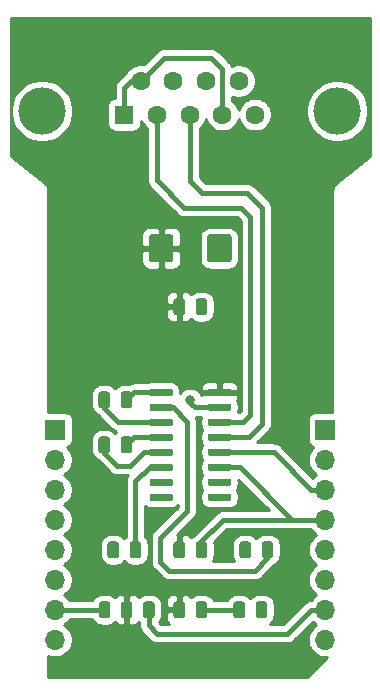
<source format=gbr>
G04 #@! TF.GenerationSoftware,KiCad,Pcbnew,(5.1.5)-3*
G04 #@! TF.CreationDate,2020-04-27T13:04:48+02:00*
G04 #@! TF.ProjectId,RS232_click,52533233-325f-4636-9c69-636b2e6b6963,rev?*
G04 #@! TF.SameCoordinates,Original*
G04 #@! TF.FileFunction,Copper,L1,Top*
G04 #@! TF.FilePolarity,Positive*
%FSLAX46Y46*%
G04 Gerber Fmt 4.6, Leading zero omitted, Abs format (unit mm)*
G04 Created by KiCad (PCBNEW (5.1.5)-3) date 2020-04-27 13:04:48*
%MOMM*%
%LPD*%
G04 APERTURE LIST*
%ADD10R,1.600000X1.600000*%
%ADD11C,1.600000*%
%ADD12C,4.000000*%
%ADD13C,0.100000*%
%ADD14R,1.700000X1.700000*%
%ADD15O,1.700000X1.700000*%
%ADD16C,0.800000*%
%ADD17C,0.381000*%
%ADD18C,0.254000*%
G04 APERTURE END LIST*
D10*
X57912000Y-104122500D03*
D11*
X60682000Y-104122500D03*
X63452000Y-104122500D03*
X66222000Y-104122500D03*
X68992000Y-104122500D03*
X59297000Y-101282500D03*
X62067000Y-101282500D03*
X64837000Y-101282500D03*
X67607000Y-101282500D03*
D12*
X75952000Y-103822500D03*
X50952000Y-103822500D03*
G04 #@! TA.AperFunction,SMDPad,CuDef*
D13*
G36*
X62830142Y-119697174D02*
G01*
X62853803Y-119700684D01*
X62877007Y-119706496D01*
X62899529Y-119714554D01*
X62921153Y-119724782D01*
X62941670Y-119737079D01*
X62960883Y-119751329D01*
X62978607Y-119767393D01*
X62994671Y-119785117D01*
X63008921Y-119804330D01*
X63021218Y-119824847D01*
X63031446Y-119846471D01*
X63039504Y-119868993D01*
X63045316Y-119892197D01*
X63048826Y-119915858D01*
X63050000Y-119939750D01*
X63050000Y-120852250D01*
X63048826Y-120876142D01*
X63045316Y-120899803D01*
X63039504Y-120923007D01*
X63031446Y-120945529D01*
X63021218Y-120967153D01*
X63008921Y-120987670D01*
X62994671Y-121006883D01*
X62978607Y-121024607D01*
X62960883Y-121040671D01*
X62941670Y-121054921D01*
X62921153Y-121067218D01*
X62899529Y-121077446D01*
X62877007Y-121085504D01*
X62853803Y-121091316D01*
X62830142Y-121094826D01*
X62806250Y-121096000D01*
X62318750Y-121096000D01*
X62294858Y-121094826D01*
X62271197Y-121091316D01*
X62247993Y-121085504D01*
X62225471Y-121077446D01*
X62203847Y-121067218D01*
X62183330Y-121054921D01*
X62164117Y-121040671D01*
X62146393Y-121024607D01*
X62130329Y-121006883D01*
X62116079Y-120987670D01*
X62103782Y-120967153D01*
X62093554Y-120945529D01*
X62085496Y-120923007D01*
X62079684Y-120899803D01*
X62076174Y-120876142D01*
X62075000Y-120852250D01*
X62075000Y-119939750D01*
X62076174Y-119915858D01*
X62079684Y-119892197D01*
X62085496Y-119868993D01*
X62093554Y-119846471D01*
X62103782Y-119824847D01*
X62116079Y-119804330D01*
X62130329Y-119785117D01*
X62146393Y-119767393D01*
X62164117Y-119751329D01*
X62183330Y-119737079D01*
X62203847Y-119724782D01*
X62225471Y-119714554D01*
X62247993Y-119706496D01*
X62271197Y-119700684D01*
X62294858Y-119697174D01*
X62318750Y-119696000D01*
X62806250Y-119696000D01*
X62830142Y-119697174D01*
G37*
G04 #@! TD.AperFunction*
G04 #@! TA.AperFunction,SMDPad,CuDef*
G36*
X64705142Y-119697174D02*
G01*
X64728803Y-119700684D01*
X64752007Y-119706496D01*
X64774529Y-119714554D01*
X64796153Y-119724782D01*
X64816670Y-119737079D01*
X64835883Y-119751329D01*
X64853607Y-119767393D01*
X64869671Y-119785117D01*
X64883921Y-119804330D01*
X64896218Y-119824847D01*
X64906446Y-119846471D01*
X64914504Y-119868993D01*
X64920316Y-119892197D01*
X64923826Y-119915858D01*
X64925000Y-119939750D01*
X64925000Y-120852250D01*
X64923826Y-120876142D01*
X64920316Y-120899803D01*
X64914504Y-120923007D01*
X64906446Y-120945529D01*
X64896218Y-120967153D01*
X64883921Y-120987670D01*
X64869671Y-121006883D01*
X64853607Y-121024607D01*
X64835883Y-121040671D01*
X64816670Y-121054921D01*
X64796153Y-121067218D01*
X64774529Y-121077446D01*
X64752007Y-121085504D01*
X64728803Y-121091316D01*
X64705142Y-121094826D01*
X64681250Y-121096000D01*
X64193750Y-121096000D01*
X64169858Y-121094826D01*
X64146197Y-121091316D01*
X64122993Y-121085504D01*
X64100471Y-121077446D01*
X64078847Y-121067218D01*
X64058330Y-121054921D01*
X64039117Y-121040671D01*
X64021393Y-121024607D01*
X64005329Y-121006883D01*
X63991079Y-120987670D01*
X63978782Y-120967153D01*
X63968554Y-120945529D01*
X63960496Y-120923007D01*
X63954684Y-120899803D01*
X63951174Y-120876142D01*
X63950000Y-120852250D01*
X63950000Y-119939750D01*
X63951174Y-119915858D01*
X63954684Y-119892197D01*
X63960496Y-119868993D01*
X63968554Y-119846471D01*
X63978782Y-119824847D01*
X63991079Y-119804330D01*
X64005329Y-119785117D01*
X64021393Y-119767393D01*
X64039117Y-119751329D01*
X64058330Y-119737079D01*
X64078847Y-119724782D01*
X64100471Y-119714554D01*
X64122993Y-119706496D01*
X64146197Y-119700684D01*
X64169858Y-119697174D01*
X64193750Y-119696000D01*
X64681250Y-119696000D01*
X64705142Y-119697174D01*
G37*
G04 #@! TD.AperFunction*
G04 #@! TA.AperFunction,SMDPad,CuDef*
G36*
X61849504Y-114269204D02*
G01*
X61873773Y-114272804D01*
X61897571Y-114278765D01*
X61920671Y-114287030D01*
X61942849Y-114297520D01*
X61963893Y-114310133D01*
X61983598Y-114324747D01*
X62001777Y-114341223D01*
X62018253Y-114359402D01*
X62032867Y-114379107D01*
X62045480Y-114400151D01*
X62055970Y-114422329D01*
X62064235Y-114445429D01*
X62070196Y-114469227D01*
X62073796Y-114493496D01*
X62075000Y-114518000D01*
X62075000Y-116368000D01*
X62073796Y-116392504D01*
X62070196Y-116416773D01*
X62064235Y-116440571D01*
X62055970Y-116463671D01*
X62045480Y-116485849D01*
X62032867Y-116506893D01*
X62018253Y-116526598D01*
X62001777Y-116544777D01*
X61983598Y-116561253D01*
X61963893Y-116575867D01*
X61942849Y-116588480D01*
X61920671Y-116598970D01*
X61897571Y-116607235D01*
X61873773Y-116613196D01*
X61849504Y-116616796D01*
X61825000Y-116618000D01*
X60250000Y-116618000D01*
X60225496Y-116616796D01*
X60201227Y-116613196D01*
X60177429Y-116607235D01*
X60154329Y-116598970D01*
X60132151Y-116588480D01*
X60111107Y-116575867D01*
X60091402Y-116561253D01*
X60073223Y-116544777D01*
X60056747Y-116526598D01*
X60042133Y-116506893D01*
X60029520Y-116485849D01*
X60019030Y-116463671D01*
X60010765Y-116440571D01*
X60004804Y-116416773D01*
X60001204Y-116392504D01*
X60000000Y-116368000D01*
X60000000Y-114518000D01*
X60001204Y-114493496D01*
X60004804Y-114469227D01*
X60010765Y-114445429D01*
X60019030Y-114422329D01*
X60029520Y-114400151D01*
X60042133Y-114379107D01*
X60056747Y-114359402D01*
X60073223Y-114341223D01*
X60091402Y-114324747D01*
X60111107Y-114310133D01*
X60132151Y-114297520D01*
X60154329Y-114287030D01*
X60177429Y-114278765D01*
X60201227Y-114272804D01*
X60225496Y-114269204D01*
X60250000Y-114268000D01*
X61825000Y-114268000D01*
X61849504Y-114269204D01*
G37*
G04 #@! TD.AperFunction*
G04 #@! TA.AperFunction,SMDPad,CuDef*
G36*
X66774504Y-114269204D02*
G01*
X66798773Y-114272804D01*
X66822571Y-114278765D01*
X66845671Y-114287030D01*
X66867849Y-114297520D01*
X66888893Y-114310133D01*
X66908598Y-114324747D01*
X66926777Y-114341223D01*
X66943253Y-114359402D01*
X66957867Y-114379107D01*
X66970480Y-114400151D01*
X66980970Y-114422329D01*
X66989235Y-114445429D01*
X66995196Y-114469227D01*
X66998796Y-114493496D01*
X67000000Y-114518000D01*
X67000000Y-116368000D01*
X66998796Y-116392504D01*
X66995196Y-116416773D01*
X66989235Y-116440571D01*
X66980970Y-116463671D01*
X66970480Y-116485849D01*
X66957867Y-116506893D01*
X66943253Y-116526598D01*
X66926777Y-116544777D01*
X66908598Y-116561253D01*
X66888893Y-116575867D01*
X66867849Y-116588480D01*
X66845671Y-116598970D01*
X66822571Y-116607235D01*
X66798773Y-116613196D01*
X66774504Y-116616796D01*
X66750000Y-116618000D01*
X65175000Y-116618000D01*
X65150496Y-116616796D01*
X65126227Y-116613196D01*
X65102429Y-116607235D01*
X65079329Y-116598970D01*
X65057151Y-116588480D01*
X65036107Y-116575867D01*
X65016402Y-116561253D01*
X64998223Y-116544777D01*
X64981747Y-116526598D01*
X64967133Y-116506893D01*
X64954520Y-116485849D01*
X64944030Y-116463671D01*
X64935765Y-116440571D01*
X64929804Y-116416773D01*
X64926204Y-116392504D01*
X64925000Y-116368000D01*
X64925000Y-114518000D01*
X64926204Y-114493496D01*
X64929804Y-114469227D01*
X64935765Y-114445429D01*
X64944030Y-114422329D01*
X64954520Y-114400151D01*
X64967133Y-114379107D01*
X64981747Y-114359402D01*
X64998223Y-114341223D01*
X65016402Y-114324747D01*
X65036107Y-114310133D01*
X65057151Y-114297520D01*
X65079329Y-114287030D01*
X65102429Y-114278765D01*
X65126227Y-114272804D01*
X65150496Y-114269204D01*
X65175000Y-114268000D01*
X66750000Y-114268000D01*
X66774504Y-114269204D01*
G37*
G04 #@! TD.AperFunction*
G04 #@! TA.AperFunction,SMDPad,CuDef*
G36*
X56480142Y-127571174D02*
G01*
X56503803Y-127574684D01*
X56527007Y-127580496D01*
X56549529Y-127588554D01*
X56571153Y-127598782D01*
X56591670Y-127611079D01*
X56610883Y-127625329D01*
X56628607Y-127641393D01*
X56644671Y-127659117D01*
X56658921Y-127678330D01*
X56671218Y-127698847D01*
X56681446Y-127720471D01*
X56689504Y-127742993D01*
X56695316Y-127766197D01*
X56698826Y-127789858D01*
X56700000Y-127813750D01*
X56700000Y-128726250D01*
X56698826Y-128750142D01*
X56695316Y-128773803D01*
X56689504Y-128797007D01*
X56681446Y-128819529D01*
X56671218Y-128841153D01*
X56658921Y-128861670D01*
X56644671Y-128880883D01*
X56628607Y-128898607D01*
X56610883Y-128914671D01*
X56591670Y-128928921D01*
X56571153Y-128941218D01*
X56549529Y-128951446D01*
X56527007Y-128959504D01*
X56503803Y-128965316D01*
X56480142Y-128968826D01*
X56456250Y-128970000D01*
X55968750Y-128970000D01*
X55944858Y-128968826D01*
X55921197Y-128965316D01*
X55897993Y-128959504D01*
X55875471Y-128951446D01*
X55853847Y-128941218D01*
X55833330Y-128928921D01*
X55814117Y-128914671D01*
X55796393Y-128898607D01*
X55780329Y-128880883D01*
X55766079Y-128861670D01*
X55753782Y-128841153D01*
X55743554Y-128819529D01*
X55735496Y-128797007D01*
X55729684Y-128773803D01*
X55726174Y-128750142D01*
X55725000Y-128726250D01*
X55725000Y-127813750D01*
X55726174Y-127789858D01*
X55729684Y-127766197D01*
X55735496Y-127742993D01*
X55743554Y-127720471D01*
X55753782Y-127698847D01*
X55766079Y-127678330D01*
X55780329Y-127659117D01*
X55796393Y-127641393D01*
X55814117Y-127625329D01*
X55833330Y-127611079D01*
X55853847Y-127598782D01*
X55875471Y-127588554D01*
X55897993Y-127580496D01*
X55921197Y-127574684D01*
X55944858Y-127571174D01*
X55968750Y-127570000D01*
X56456250Y-127570000D01*
X56480142Y-127571174D01*
G37*
G04 #@! TD.AperFunction*
G04 #@! TA.AperFunction,SMDPad,CuDef*
G36*
X58355142Y-127571174D02*
G01*
X58378803Y-127574684D01*
X58402007Y-127580496D01*
X58424529Y-127588554D01*
X58446153Y-127598782D01*
X58466670Y-127611079D01*
X58485883Y-127625329D01*
X58503607Y-127641393D01*
X58519671Y-127659117D01*
X58533921Y-127678330D01*
X58546218Y-127698847D01*
X58556446Y-127720471D01*
X58564504Y-127742993D01*
X58570316Y-127766197D01*
X58573826Y-127789858D01*
X58575000Y-127813750D01*
X58575000Y-128726250D01*
X58573826Y-128750142D01*
X58570316Y-128773803D01*
X58564504Y-128797007D01*
X58556446Y-128819529D01*
X58546218Y-128841153D01*
X58533921Y-128861670D01*
X58519671Y-128880883D01*
X58503607Y-128898607D01*
X58485883Y-128914671D01*
X58466670Y-128928921D01*
X58446153Y-128941218D01*
X58424529Y-128951446D01*
X58402007Y-128959504D01*
X58378803Y-128965316D01*
X58355142Y-128968826D01*
X58331250Y-128970000D01*
X57843750Y-128970000D01*
X57819858Y-128968826D01*
X57796197Y-128965316D01*
X57772993Y-128959504D01*
X57750471Y-128951446D01*
X57728847Y-128941218D01*
X57708330Y-128928921D01*
X57689117Y-128914671D01*
X57671393Y-128898607D01*
X57655329Y-128880883D01*
X57641079Y-128861670D01*
X57628782Y-128841153D01*
X57618554Y-128819529D01*
X57610496Y-128797007D01*
X57604684Y-128773803D01*
X57601174Y-128750142D01*
X57600000Y-128726250D01*
X57600000Y-127813750D01*
X57601174Y-127789858D01*
X57604684Y-127766197D01*
X57610496Y-127742993D01*
X57618554Y-127720471D01*
X57628782Y-127698847D01*
X57641079Y-127678330D01*
X57655329Y-127659117D01*
X57671393Y-127641393D01*
X57689117Y-127625329D01*
X57708330Y-127611079D01*
X57728847Y-127598782D01*
X57750471Y-127588554D01*
X57772993Y-127580496D01*
X57796197Y-127574684D01*
X57819858Y-127571174D01*
X57843750Y-127570000D01*
X58331250Y-127570000D01*
X58355142Y-127571174D01*
G37*
G04 #@! TD.AperFunction*
G04 #@! TA.AperFunction,SMDPad,CuDef*
G36*
X58355142Y-131381174D02*
G01*
X58378803Y-131384684D01*
X58402007Y-131390496D01*
X58424529Y-131398554D01*
X58446153Y-131408782D01*
X58466670Y-131421079D01*
X58485883Y-131435329D01*
X58503607Y-131451393D01*
X58519671Y-131469117D01*
X58533921Y-131488330D01*
X58546218Y-131508847D01*
X58556446Y-131530471D01*
X58564504Y-131552993D01*
X58570316Y-131576197D01*
X58573826Y-131599858D01*
X58575000Y-131623750D01*
X58575000Y-132536250D01*
X58573826Y-132560142D01*
X58570316Y-132583803D01*
X58564504Y-132607007D01*
X58556446Y-132629529D01*
X58546218Y-132651153D01*
X58533921Y-132671670D01*
X58519671Y-132690883D01*
X58503607Y-132708607D01*
X58485883Y-132724671D01*
X58466670Y-132738921D01*
X58446153Y-132751218D01*
X58424529Y-132761446D01*
X58402007Y-132769504D01*
X58378803Y-132775316D01*
X58355142Y-132778826D01*
X58331250Y-132780000D01*
X57843750Y-132780000D01*
X57819858Y-132778826D01*
X57796197Y-132775316D01*
X57772993Y-132769504D01*
X57750471Y-132761446D01*
X57728847Y-132751218D01*
X57708330Y-132738921D01*
X57689117Y-132724671D01*
X57671393Y-132708607D01*
X57655329Y-132690883D01*
X57641079Y-132671670D01*
X57628782Y-132651153D01*
X57618554Y-132629529D01*
X57610496Y-132607007D01*
X57604684Y-132583803D01*
X57601174Y-132560142D01*
X57600000Y-132536250D01*
X57600000Y-131623750D01*
X57601174Y-131599858D01*
X57604684Y-131576197D01*
X57610496Y-131552993D01*
X57618554Y-131530471D01*
X57628782Y-131508847D01*
X57641079Y-131488330D01*
X57655329Y-131469117D01*
X57671393Y-131451393D01*
X57689117Y-131435329D01*
X57708330Y-131421079D01*
X57728847Y-131408782D01*
X57750471Y-131398554D01*
X57772993Y-131390496D01*
X57796197Y-131384684D01*
X57819858Y-131381174D01*
X57843750Y-131380000D01*
X58331250Y-131380000D01*
X58355142Y-131381174D01*
G37*
G04 #@! TD.AperFunction*
G04 #@! TA.AperFunction,SMDPad,CuDef*
G36*
X56480142Y-131381174D02*
G01*
X56503803Y-131384684D01*
X56527007Y-131390496D01*
X56549529Y-131398554D01*
X56571153Y-131408782D01*
X56591670Y-131421079D01*
X56610883Y-131435329D01*
X56628607Y-131451393D01*
X56644671Y-131469117D01*
X56658921Y-131488330D01*
X56671218Y-131508847D01*
X56681446Y-131530471D01*
X56689504Y-131552993D01*
X56695316Y-131576197D01*
X56698826Y-131599858D01*
X56700000Y-131623750D01*
X56700000Y-132536250D01*
X56698826Y-132560142D01*
X56695316Y-132583803D01*
X56689504Y-132607007D01*
X56681446Y-132629529D01*
X56671218Y-132651153D01*
X56658921Y-132671670D01*
X56644671Y-132690883D01*
X56628607Y-132708607D01*
X56610883Y-132724671D01*
X56591670Y-132738921D01*
X56571153Y-132751218D01*
X56549529Y-132761446D01*
X56527007Y-132769504D01*
X56503803Y-132775316D01*
X56480142Y-132778826D01*
X56456250Y-132780000D01*
X55968750Y-132780000D01*
X55944858Y-132778826D01*
X55921197Y-132775316D01*
X55897993Y-132769504D01*
X55875471Y-132761446D01*
X55853847Y-132751218D01*
X55833330Y-132738921D01*
X55814117Y-132724671D01*
X55796393Y-132708607D01*
X55780329Y-132690883D01*
X55766079Y-132671670D01*
X55753782Y-132651153D01*
X55743554Y-132629529D01*
X55735496Y-132607007D01*
X55729684Y-132583803D01*
X55726174Y-132560142D01*
X55725000Y-132536250D01*
X55725000Y-131623750D01*
X55726174Y-131599858D01*
X55729684Y-131576197D01*
X55735496Y-131552993D01*
X55743554Y-131530471D01*
X55753782Y-131508847D01*
X55766079Y-131488330D01*
X55780329Y-131469117D01*
X55796393Y-131451393D01*
X55814117Y-131435329D01*
X55833330Y-131421079D01*
X55853847Y-131408782D01*
X55875471Y-131398554D01*
X55897993Y-131390496D01*
X55921197Y-131384684D01*
X55944858Y-131381174D01*
X55968750Y-131380000D01*
X56456250Y-131380000D01*
X56480142Y-131381174D01*
G37*
G04 #@! TD.AperFunction*
G04 #@! TA.AperFunction,SMDPad,CuDef*
G36*
X57242142Y-140271174D02*
G01*
X57265803Y-140274684D01*
X57289007Y-140280496D01*
X57311529Y-140288554D01*
X57333153Y-140298782D01*
X57353670Y-140311079D01*
X57372883Y-140325329D01*
X57390607Y-140341393D01*
X57406671Y-140359117D01*
X57420921Y-140378330D01*
X57433218Y-140398847D01*
X57443446Y-140420471D01*
X57451504Y-140442993D01*
X57457316Y-140466197D01*
X57460826Y-140489858D01*
X57462000Y-140513750D01*
X57462000Y-141426250D01*
X57460826Y-141450142D01*
X57457316Y-141473803D01*
X57451504Y-141497007D01*
X57443446Y-141519529D01*
X57433218Y-141541153D01*
X57420921Y-141561670D01*
X57406671Y-141580883D01*
X57390607Y-141598607D01*
X57372883Y-141614671D01*
X57353670Y-141628921D01*
X57333153Y-141641218D01*
X57311529Y-141651446D01*
X57289007Y-141659504D01*
X57265803Y-141665316D01*
X57242142Y-141668826D01*
X57218250Y-141670000D01*
X56730750Y-141670000D01*
X56706858Y-141668826D01*
X56683197Y-141665316D01*
X56659993Y-141659504D01*
X56637471Y-141651446D01*
X56615847Y-141641218D01*
X56595330Y-141628921D01*
X56576117Y-141614671D01*
X56558393Y-141598607D01*
X56542329Y-141580883D01*
X56528079Y-141561670D01*
X56515782Y-141541153D01*
X56505554Y-141519529D01*
X56497496Y-141497007D01*
X56491684Y-141473803D01*
X56488174Y-141450142D01*
X56487000Y-141426250D01*
X56487000Y-140513750D01*
X56488174Y-140489858D01*
X56491684Y-140466197D01*
X56497496Y-140442993D01*
X56505554Y-140420471D01*
X56515782Y-140398847D01*
X56528079Y-140378330D01*
X56542329Y-140359117D01*
X56558393Y-140341393D01*
X56576117Y-140325329D01*
X56595330Y-140311079D01*
X56615847Y-140298782D01*
X56637471Y-140288554D01*
X56659993Y-140280496D01*
X56683197Y-140274684D01*
X56706858Y-140271174D01*
X56730750Y-140270000D01*
X57218250Y-140270000D01*
X57242142Y-140271174D01*
G37*
G04 #@! TD.AperFunction*
G04 #@! TA.AperFunction,SMDPad,CuDef*
G36*
X59117142Y-140271174D02*
G01*
X59140803Y-140274684D01*
X59164007Y-140280496D01*
X59186529Y-140288554D01*
X59208153Y-140298782D01*
X59228670Y-140311079D01*
X59247883Y-140325329D01*
X59265607Y-140341393D01*
X59281671Y-140359117D01*
X59295921Y-140378330D01*
X59308218Y-140398847D01*
X59318446Y-140420471D01*
X59326504Y-140442993D01*
X59332316Y-140466197D01*
X59335826Y-140489858D01*
X59337000Y-140513750D01*
X59337000Y-141426250D01*
X59335826Y-141450142D01*
X59332316Y-141473803D01*
X59326504Y-141497007D01*
X59318446Y-141519529D01*
X59308218Y-141541153D01*
X59295921Y-141561670D01*
X59281671Y-141580883D01*
X59265607Y-141598607D01*
X59247883Y-141614671D01*
X59228670Y-141628921D01*
X59208153Y-141641218D01*
X59186529Y-141651446D01*
X59164007Y-141659504D01*
X59140803Y-141665316D01*
X59117142Y-141668826D01*
X59093250Y-141670000D01*
X58605750Y-141670000D01*
X58581858Y-141668826D01*
X58558197Y-141665316D01*
X58534993Y-141659504D01*
X58512471Y-141651446D01*
X58490847Y-141641218D01*
X58470330Y-141628921D01*
X58451117Y-141614671D01*
X58433393Y-141598607D01*
X58417329Y-141580883D01*
X58403079Y-141561670D01*
X58390782Y-141541153D01*
X58380554Y-141519529D01*
X58372496Y-141497007D01*
X58366684Y-141473803D01*
X58363174Y-141450142D01*
X58362000Y-141426250D01*
X58362000Y-140513750D01*
X58363174Y-140489858D01*
X58366684Y-140466197D01*
X58372496Y-140442993D01*
X58380554Y-140420471D01*
X58390782Y-140398847D01*
X58403079Y-140378330D01*
X58417329Y-140359117D01*
X58433393Y-140341393D01*
X58451117Y-140325329D01*
X58470330Y-140311079D01*
X58490847Y-140298782D01*
X58512471Y-140288554D01*
X58534993Y-140280496D01*
X58558197Y-140274684D01*
X58581858Y-140271174D01*
X58605750Y-140270000D01*
X59093250Y-140270000D01*
X59117142Y-140271174D01*
G37*
G04 #@! TD.AperFunction*
G04 #@! TA.AperFunction,SMDPad,CuDef*
G36*
X70293142Y-140271174D02*
G01*
X70316803Y-140274684D01*
X70340007Y-140280496D01*
X70362529Y-140288554D01*
X70384153Y-140298782D01*
X70404670Y-140311079D01*
X70423883Y-140325329D01*
X70441607Y-140341393D01*
X70457671Y-140359117D01*
X70471921Y-140378330D01*
X70484218Y-140398847D01*
X70494446Y-140420471D01*
X70502504Y-140442993D01*
X70508316Y-140466197D01*
X70511826Y-140489858D01*
X70513000Y-140513750D01*
X70513000Y-141426250D01*
X70511826Y-141450142D01*
X70508316Y-141473803D01*
X70502504Y-141497007D01*
X70494446Y-141519529D01*
X70484218Y-141541153D01*
X70471921Y-141561670D01*
X70457671Y-141580883D01*
X70441607Y-141598607D01*
X70423883Y-141614671D01*
X70404670Y-141628921D01*
X70384153Y-141641218D01*
X70362529Y-141651446D01*
X70340007Y-141659504D01*
X70316803Y-141665316D01*
X70293142Y-141668826D01*
X70269250Y-141670000D01*
X69781750Y-141670000D01*
X69757858Y-141668826D01*
X69734197Y-141665316D01*
X69710993Y-141659504D01*
X69688471Y-141651446D01*
X69666847Y-141641218D01*
X69646330Y-141628921D01*
X69627117Y-141614671D01*
X69609393Y-141598607D01*
X69593329Y-141580883D01*
X69579079Y-141561670D01*
X69566782Y-141541153D01*
X69556554Y-141519529D01*
X69548496Y-141497007D01*
X69542684Y-141473803D01*
X69539174Y-141450142D01*
X69538000Y-141426250D01*
X69538000Y-140513750D01*
X69539174Y-140489858D01*
X69542684Y-140466197D01*
X69548496Y-140442993D01*
X69556554Y-140420471D01*
X69566782Y-140398847D01*
X69579079Y-140378330D01*
X69593329Y-140359117D01*
X69609393Y-140341393D01*
X69627117Y-140325329D01*
X69646330Y-140311079D01*
X69666847Y-140298782D01*
X69688471Y-140288554D01*
X69710993Y-140280496D01*
X69734197Y-140274684D01*
X69757858Y-140271174D01*
X69781750Y-140270000D01*
X70269250Y-140270000D01*
X70293142Y-140271174D01*
G37*
G04 #@! TD.AperFunction*
G04 #@! TA.AperFunction,SMDPad,CuDef*
G36*
X68418142Y-140271174D02*
G01*
X68441803Y-140274684D01*
X68465007Y-140280496D01*
X68487529Y-140288554D01*
X68509153Y-140298782D01*
X68529670Y-140311079D01*
X68548883Y-140325329D01*
X68566607Y-140341393D01*
X68582671Y-140359117D01*
X68596921Y-140378330D01*
X68609218Y-140398847D01*
X68619446Y-140420471D01*
X68627504Y-140442993D01*
X68633316Y-140466197D01*
X68636826Y-140489858D01*
X68638000Y-140513750D01*
X68638000Y-141426250D01*
X68636826Y-141450142D01*
X68633316Y-141473803D01*
X68627504Y-141497007D01*
X68619446Y-141519529D01*
X68609218Y-141541153D01*
X68596921Y-141561670D01*
X68582671Y-141580883D01*
X68566607Y-141598607D01*
X68548883Y-141614671D01*
X68529670Y-141628921D01*
X68509153Y-141641218D01*
X68487529Y-141651446D01*
X68465007Y-141659504D01*
X68441803Y-141665316D01*
X68418142Y-141668826D01*
X68394250Y-141670000D01*
X67906750Y-141670000D01*
X67882858Y-141668826D01*
X67859197Y-141665316D01*
X67835993Y-141659504D01*
X67813471Y-141651446D01*
X67791847Y-141641218D01*
X67771330Y-141628921D01*
X67752117Y-141614671D01*
X67734393Y-141598607D01*
X67718329Y-141580883D01*
X67704079Y-141561670D01*
X67691782Y-141541153D01*
X67681554Y-141519529D01*
X67673496Y-141497007D01*
X67667684Y-141473803D01*
X67664174Y-141450142D01*
X67663000Y-141426250D01*
X67663000Y-140513750D01*
X67664174Y-140489858D01*
X67667684Y-140466197D01*
X67673496Y-140442993D01*
X67681554Y-140420471D01*
X67691782Y-140398847D01*
X67704079Y-140378330D01*
X67718329Y-140359117D01*
X67734393Y-140341393D01*
X67752117Y-140325329D01*
X67771330Y-140311079D01*
X67791847Y-140298782D01*
X67813471Y-140288554D01*
X67835993Y-140280496D01*
X67859197Y-140274684D01*
X67882858Y-140271174D01*
X67906750Y-140270000D01*
X68394250Y-140270000D01*
X68418142Y-140271174D01*
G37*
G04 #@! TD.AperFunction*
D14*
X52070000Y-130810000D03*
D15*
X52070000Y-133350000D03*
X52070000Y-135890000D03*
X52070000Y-138430000D03*
X52070000Y-140970000D03*
X52070000Y-143510000D03*
X52070000Y-146050000D03*
X52070000Y-148590000D03*
X74930000Y-148590000D03*
X74930000Y-146050000D03*
X74930000Y-143510000D03*
X74930000Y-140970000D03*
X74930000Y-138430000D03*
X74930000Y-135890000D03*
X74930000Y-133350000D03*
D14*
X74930000Y-130810000D03*
G04 #@! TA.AperFunction,SMDPad,CuDef*
D13*
G36*
X56518242Y-145351174D02*
G01*
X56541903Y-145354684D01*
X56565107Y-145360496D01*
X56587629Y-145368554D01*
X56609253Y-145378782D01*
X56629770Y-145391079D01*
X56648983Y-145405329D01*
X56666707Y-145421393D01*
X56682771Y-145439117D01*
X56697021Y-145458330D01*
X56709318Y-145478847D01*
X56719546Y-145500471D01*
X56727604Y-145522993D01*
X56733416Y-145546197D01*
X56736926Y-145569858D01*
X56738100Y-145593750D01*
X56738100Y-146506250D01*
X56736926Y-146530142D01*
X56733416Y-146553803D01*
X56727604Y-146577007D01*
X56719546Y-146599529D01*
X56709318Y-146621153D01*
X56697021Y-146641670D01*
X56682771Y-146660883D01*
X56666707Y-146678607D01*
X56648983Y-146694671D01*
X56629770Y-146708921D01*
X56609253Y-146721218D01*
X56587629Y-146731446D01*
X56565107Y-146739504D01*
X56541903Y-146745316D01*
X56518242Y-146748826D01*
X56494350Y-146750000D01*
X56006850Y-146750000D01*
X55982958Y-146748826D01*
X55959297Y-146745316D01*
X55936093Y-146739504D01*
X55913571Y-146731446D01*
X55891947Y-146721218D01*
X55871430Y-146708921D01*
X55852217Y-146694671D01*
X55834493Y-146678607D01*
X55818429Y-146660883D01*
X55804179Y-146641670D01*
X55791882Y-146621153D01*
X55781654Y-146599529D01*
X55773596Y-146577007D01*
X55767784Y-146553803D01*
X55764274Y-146530142D01*
X55763100Y-146506250D01*
X55763100Y-145593750D01*
X55764274Y-145569858D01*
X55767784Y-145546197D01*
X55773596Y-145522993D01*
X55781654Y-145500471D01*
X55791882Y-145478847D01*
X55804179Y-145458330D01*
X55818429Y-145439117D01*
X55834493Y-145421393D01*
X55852217Y-145405329D01*
X55871430Y-145391079D01*
X55891947Y-145378782D01*
X55913571Y-145368554D01*
X55936093Y-145360496D01*
X55959297Y-145354684D01*
X55982958Y-145351174D01*
X56006850Y-145350000D01*
X56494350Y-145350000D01*
X56518242Y-145351174D01*
G37*
G04 #@! TD.AperFunction*
G04 #@! TA.AperFunction,SMDPad,CuDef*
G36*
X60260142Y-145351174D02*
G01*
X60283803Y-145354684D01*
X60307007Y-145360496D01*
X60329529Y-145368554D01*
X60351153Y-145378782D01*
X60371670Y-145391079D01*
X60390883Y-145405329D01*
X60408607Y-145421393D01*
X60424671Y-145439117D01*
X60438921Y-145458330D01*
X60451218Y-145478847D01*
X60461446Y-145500471D01*
X60469504Y-145522993D01*
X60475316Y-145546197D01*
X60478826Y-145569858D01*
X60480000Y-145593750D01*
X60480000Y-146506250D01*
X60478826Y-146530142D01*
X60475316Y-146553803D01*
X60469504Y-146577007D01*
X60461446Y-146599529D01*
X60451218Y-146621153D01*
X60438921Y-146641670D01*
X60424671Y-146660883D01*
X60408607Y-146678607D01*
X60390883Y-146694671D01*
X60371670Y-146708921D01*
X60351153Y-146721218D01*
X60329529Y-146731446D01*
X60307007Y-146739504D01*
X60283803Y-146745316D01*
X60260142Y-146748826D01*
X60236250Y-146750000D01*
X59748750Y-146750000D01*
X59724858Y-146748826D01*
X59701197Y-146745316D01*
X59677993Y-146739504D01*
X59655471Y-146731446D01*
X59633847Y-146721218D01*
X59613330Y-146708921D01*
X59594117Y-146694671D01*
X59576393Y-146678607D01*
X59560329Y-146660883D01*
X59546079Y-146641670D01*
X59533782Y-146621153D01*
X59523554Y-146599529D01*
X59515496Y-146577007D01*
X59509684Y-146553803D01*
X59506174Y-146530142D01*
X59505000Y-146506250D01*
X59505000Y-145593750D01*
X59506174Y-145569858D01*
X59509684Y-145546197D01*
X59515496Y-145522993D01*
X59523554Y-145500471D01*
X59533782Y-145478847D01*
X59546079Y-145458330D01*
X59560329Y-145439117D01*
X59576393Y-145421393D01*
X59594117Y-145405329D01*
X59613330Y-145391079D01*
X59633847Y-145378782D01*
X59655471Y-145368554D01*
X59677993Y-145360496D01*
X59701197Y-145354684D01*
X59724858Y-145351174D01*
X59748750Y-145350000D01*
X60236250Y-145350000D01*
X60260142Y-145351174D01*
G37*
G04 #@! TD.AperFunction*
G04 #@! TA.AperFunction,SMDPad,CuDef*
G36*
X58385142Y-145351174D02*
G01*
X58408803Y-145354684D01*
X58432007Y-145360496D01*
X58454529Y-145368554D01*
X58476153Y-145378782D01*
X58496670Y-145391079D01*
X58515883Y-145405329D01*
X58533607Y-145421393D01*
X58549671Y-145439117D01*
X58563921Y-145458330D01*
X58576218Y-145478847D01*
X58586446Y-145500471D01*
X58594504Y-145522993D01*
X58600316Y-145546197D01*
X58603826Y-145569858D01*
X58605000Y-145593750D01*
X58605000Y-146506250D01*
X58603826Y-146530142D01*
X58600316Y-146553803D01*
X58594504Y-146577007D01*
X58586446Y-146599529D01*
X58576218Y-146621153D01*
X58563921Y-146641670D01*
X58549671Y-146660883D01*
X58533607Y-146678607D01*
X58515883Y-146694671D01*
X58496670Y-146708921D01*
X58476153Y-146721218D01*
X58454529Y-146731446D01*
X58432007Y-146739504D01*
X58408803Y-146745316D01*
X58385142Y-146748826D01*
X58361250Y-146750000D01*
X57873750Y-146750000D01*
X57849858Y-146748826D01*
X57826197Y-146745316D01*
X57802993Y-146739504D01*
X57780471Y-146731446D01*
X57758847Y-146721218D01*
X57738330Y-146708921D01*
X57719117Y-146694671D01*
X57701393Y-146678607D01*
X57685329Y-146660883D01*
X57671079Y-146641670D01*
X57658782Y-146621153D01*
X57648554Y-146599529D01*
X57640496Y-146577007D01*
X57634684Y-146553803D01*
X57631174Y-146530142D01*
X57630000Y-146506250D01*
X57630000Y-145593750D01*
X57631174Y-145569858D01*
X57634684Y-145546197D01*
X57640496Y-145522993D01*
X57648554Y-145500471D01*
X57658782Y-145478847D01*
X57671079Y-145458330D01*
X57685329Y-145439117D01*
X57701393Y-145421393D01*
X57719117Y-145405329D01*
X57738330Y-145391079D01*
X57758847Y-145378782D01*
X57780471Y-145368554D01*
X57802993Y-145360496D01*
X57826197Y-145354684D01*
X57849858Y-145351174D01*
X57873750Y-145350000D01*
X58361250Y-145350000D01*
X58385142Y-145351174D01*
G37*
G04 #@! TD.AperFunction*
G04 #@! TA.AperFunction,SMDPad,CuDef*
G36*
X69785142Y-145351174D02*
G01*
X69808803Y-145354684D01*
X69832007Y-145360496D01*
X69854529Y-145368554D01*
X69876153Y-145378782D01*
X69896670Y-145391079D01*
X69915883Y-145405329D01*
X69933607Y-145421393D01*
X69949671Y-145439117D01*
X69963921Y-145458330D01*
X69976218Y-145478847D01*
X69986446Y-145500471D01*
X69994504Y-145522993D01*
X70000316Y-145546197D01*
X70003826Y-145569858D01*
X70005000Y-145593750D01*
X70005000Y-146506250D01*
X70003826Y-146530142D01*
X70000316Y-146553803D01*
X69994504Y-146577007D01*
X69986446Y-146599529D01*
X69976218Y-146621153D01*
X69963921Y-146641670D01*
X69949671Y-146660883D01*
X69933607Y-146678607D01*
X69915883Y-146694671D01*
X69896670Y-146708921D01*
X69876153Y-146721218D01*
X69854529Y-146731446D01*
X69832007Y-146739504D01*
X69808803Y-146745316D01*
X69785142Y-146748826D01*
X69761250Y-146750000D01*
X69273750Y-146750000D01*
X69249858Y-146748826D01*
X69226197Y-146745316D01*
X69202993Y-146739504D01*
X69180471Y-146731446D01*
X69158847Y-146721218D01*
X69138330Y-146708921D01*
X69119117Y-146694671D01*
X69101393Y-146678607D01*
X69085329Y-146660883D01*
X69071079Y-146641670D01*
X69058782Y-146621153D01*
X69048554Y-146599529D01*
X69040496Y-146577007D01*
X69034684Y-146553803D01*
X69031174Y-146530142D01*
X69030000Y-146506250D01*
X69030000Y-145593750D01*
X69031174Y-145569858D01*
X69034684Y-145546197D01*
X69040496Y-145522993D01*
X69048554Y-145500471D01*
X69058782Y-145478847D01*
X69071079Y-145458330D01*
X69085329Y-145439117D01*
X69101393Y-145421393D01*
X69119117Y-145405329D01*
X69138330Y-145391079D01*
X69158847Y-145378782D01*
X69180471Y-145368554D01*
X69202993Y-145360496D01*
X69226197Y-145354684D01*
X69249858Y-145351174D01*
X69273750Y-145350000D01*
X69761250Y-145350000D01*
X69785142Y-145351174D01*
G37*
G04 #@! TD.AperFunction*
G04 #@! TA.AperFunction,SMDPad,CuDef*
G36*
X67910142Y-145351174D02*
G01*
X67933803Y-145354684D01*
X67957007Y-145360496D01*
X67979529Y-145368554D01*
X68001153Y-145378782D01*
X68021670Y-145391079D01*
X68040883Y-145405329D01*
X68058607Y-145421393D01*
X68074671Y-145439117D01*
X68088921Y-145458330D01*
X68101218Y-145478847D01*
X68111446Y-145500471D01*
X68119504Y-145522993D01*
X68125316Y-145546197D01*
X68128826Y-145569858D01*
X68130000Y-145593750D01*
X68130000Y-146506250D01*
X68128826Y-146530142D01*
X68125316Y-146553803D01*
X68119504Y-146577007D01*
X68111446Y-146599529D01*
X68101218Y-146621153D01*
X68088921Y-146641670D01*
X68074671Y-146660883D01*
X68058607Y-146678607D01*
X68040883Y-146694671D01*
X68021670Y-146708921D01*
X68001153Y-146721218D01*
X67979529Y-146731446D01*
X67957007Y-146739504D01*
X67933803Y-146745316D01*
X67910142Y-146748826D01*
X67886250Y-146750000D01*
X67398750Y-146750000D01*
X67374858Y-146748826D01*
X67351197Y-146745316D01*
X67327993Y-146739504D01*
X67305471Y-146731446D01*
X67283847Y-146721218D01*
X67263330Y-146708921D01*
X67244117Y-146694671D01*
X67226393Y-146678607D01*
X67210329Y-146660883D01*
X67196079Y-146641670D01*
X67183782Y-146621153D01*
X67173554Y-146599529D01*
X67165496Y-146577007D01*
X67159684Y-146553803D01*
X67156174Y-146530142D01*
X67155000Y-146506250D01*
X67155000Y-145593750D01*
X67156174Y-145569858D01*
X67159684Y-145546197D01*
X67165496Y-145522993D01*
X67173554Y-145500471D01*
X67183782Y-145478847D01*
X67196079Y-145458330D01*
X67210329Y-145439117D01*
X67226393Y-145421393D01*
X67244117Y-145405329D01*
X67263330Y-145391079D01*
X67283847Y-145378782D01*
X67305471Y-145368554D01*
X67327993Y-145360496D01*
X67351197Y-145354684D01*
X67374858Y-145351174D01*
X67398750Y-145350000D01*
X67886250Y-145350000D01*
X67910142Y-145351174D01*
G37*
G04 #@! TD.AperFunction*
G04 #@! TA.AperFunction,SMDPad,CuDef*
G36*
X62830142Y-145351174D02*
G01*
X62853803Y-145354684D01*
X62877007Y-145360496D01*
X62899529Y-145368554D01*
X62921153Y-145378782D01*
X62941670Y-145391079D01*
X62960883Y-145405329D01*
X62978607Y-145421393D01*
X62994671Y-145439117D01*
X63008921Y-145458330D01*
X63021218Y-145478847D01*
X63031446Y-145500471D01*
X63039504Y-145522993D01*
X63045316Y-145546197D01*
X63048826Y-145569858D01*
X63050000Y-145593750D01*
X63050000Y-146506250D01*
X63048826Y-146530142D01*
X63045316Y-146553803D01*
X63039504Y-146577007D01*
X63031446Y-146599529D01*
X63021218Y-146621153D01*
X63008921Y-146641670D01*
X62994671Y-146660883D01*
X62978607Y-146678607D01*
X62960883Y-146694671D01*
X62941670Y-146708921D01*
X62921153Y-146721218D01*
X62899529Y-146731446D01*
X62877007Y-146739504D01*
X62853803Y-146745316D01*
X62830142Y-146748826D01*
X62806250Y-146750000D01*
X62318750Y-146750000D01*
X62294858Y-146748826D01*
X62271197Y-146745316D01*
X62247993Y-146739504D01*
X62225471Y-146731446D01*
X62203847Y-146721218D01*
X62183330Y-146708921D01*
X62164117Y-146694671D01*
X62146393Y-146678607D01*
X62130329Y-146660883D01*
X62116079Y-146641670D01*
X62103782Y-146621153D01*
X62093554Y-146599529D01*
X62085496Y-146577007D01*
X62079684Y-146553803D01*
X62076174Y-146530142D01*
X62075000Y-146506250D01*
X62075000Y-145593750D01*
X62076174Y-145569858D01*
X62079684Y-145546197D01*
X62085496Y-145522993D01*
X62093554Y-145500471D01*
X62103782Y-145478847D01*
X62116079Y-145458330D01*
X62130329Y-145439117D01*
X62146393Y-145421393D01*
X62164117Y-145405329D01*
X62183330Y-145391079D01*
X62203847Y-145378782D01*
X62225471Y-145368554D01*
X62247993Y-145360496D01*
X62271197Y-145354684D01*
X62294858Y-145351174D01*
X62318750Y-145350000D01*
X62806250Y-145350000D01*
X62830142Y-145351174D01*
G37*
G04 #@! TD.AperFunction*
G04 #@! TA.AperFunction,SMDPad,CuDef*
G36*
X64705142Y-145351174D02*
G01*
X64728803Y-145354684D01*
X64752007Y-145360496D01*
X64774529Y-145368554D01*
X64796153Y-145378782D01*
X64816670Y-145391079D01*
X64835883Y-145405329D01*
X64853607Y-145421393D01*
X64869671Y-145439117D01*
X64883921Y-145458330D01*
X64896218Y-145478847D01*
X64906446Y-145500471D01*
X64914504Y-145522993D01*
X64920316Y-145546197D01*
X64923826Y-145569858D01*
X64925000Y-145593750D01*
X64925000Y-146506250D01*
X64923826Y-146530142D01*
X64920316Y-146553803D01*
X64914504Y-146577007D01*
X64906446Y-146599529D01*
X64896218Y-146621153D01*
X64883921Y-146641670D01*
X64869671Y-146660883D01*
X64853607Y-146678607D01*
X64835883Y-146694671D01*
X64816670Y-146708921D01*
X64796153Y-146721218D01*
X64774529Y-146731446D01*
X64752007Y-146739504D01*
X64728803Y-146745316D01*
X64705142Y-146748826D01*
X64681250Y-146750000D01*
X64193750Y-146750000D01*
X64169858Y-146748826D01*
X64146197Y-146745316D01*
X64122993Y-146739504D01*
X64100471Y-146731446D01*
X64078847Y-146721218D01*
X64058330Y-146708921D01*
X64039117Y-146694671D01*
X64021393Y-146678607D01*
X64005329Y-146660883D01*
X63991079Y-146641670D01*
X63978782Y-146621153D01*
X63968554Y-146599529D01*
X63960496Y-146577007D01*
X63954684Y-146553803D01*
X63951174Y-146530142D01*
X63950000Y-146506250D01*
X63950000Y-145593750D01*
X63951174Y-145569858D01*
X63954684Y-145546197D01*
X63960496Y-145522993D01*
X63968554Y-145500471D01*
X63978782Y-145478847D01*
X63991079Y-145458330D01*
X64005329Y-145439117D01*
X64021393Y-145421393D01*
X64039117Y-145405329D01*
X64058330Y-145391079D01*
X64078847Y-145378782D01*
X64100471Y-145368554D01*
X64122993Y-145360496D01*
X64146197Y-145354684D01*
X64169858Y-145351174D01*
X64193750Y-145350000D01*
X64681250Y-145350000D01*
X64705142Y-145351174D01*
G37*
G04 #@! TD.AperFunction*
G04 #@! TA.AperFunction,SMDPad,CuDef*
G36*
X64705142Y-140271174D02*
G01*
X64728803Y-140274684D01*
X64752007Y-140280496D01*
X64774529Y-140288554D01*
X64796153Y-140298782D01*
X64816670Y-140311079D01*
X64835883Y-140325329D01*
X64853607Y-140341393D01*
X64869671Y-140359117D01*
X64883921Y-140378330D01*
X64896218Y-140398847D01*
X64906446Y-140420471D01*
X64914504Y-140442993D01*
X64920316Y-140466197D01*
X64923826Y-140489858D01*
X64925000Y-140513750D01*
X64925000Y-141426250D01*
X64923826Y-141450142D01*
X64920316Y-141473803D01*
X64914504Y-141497007D01*
X64906446Y-141519529D01*
X64896218Y-141541153D01*
X64883921Y-141561670D01*
X64869671Y-141580883D01*
X64853607Y-141598607D01*
X64835883Y-141614671D01*
X64816670Y-141628921D01*
X64796153Y-141641218D01*
X64774529Y-141651446D01*
X64752007Y-141659504D01*
X64728803Y-141665316D01*
X64705142Y-141668826D01*
X64681250Y-141670000D01*
X64193750Y-141670000D01*
X64169858Y-141668826D01*
X64146197Y-141665316D01*
X64122993Y-141659504D01*
X64100471Y-141651446D01*
X64078847Y-141641218D01*
X64058330Y-141628921D01*
X64039117Y-141614671D01*
X64021393Y-141598607D01*
X64005329Y-141580883D01*
X63991079Y-141561670D01*
X63978782Y-141541153D01*
X63968554Y-141519529D01*
X63960496Y-141497007D01*
X63954684Y-141473803D01*
X63951174Y-141450142D01*
X63950000Y-141426250D01*
X63950000Y-140513750D01*
X63951174Y-140489858D01*
X63954684Y-140466197D01*
X63960496Y-140442993D01*
X63968554Y-140420471D01*
X63978782Y-140398847D01*
X63991079Y-140378330D01*
X64005329Y-140359117D01*
X64021393Y-140341393D01*
X64039117Y-140325329D01*
X64058330Y-140311079D01*
X64078847Y-140298782D01*
X64100471Y-140288554D01*
X64122993Y-140280496D01*
X64146197Y-140274684D01*
X64169858Y-140271174D01*
X64193750Y-140270000D01*
X64681250Y-140270000D01*
X64705142Y-140271174D01*
G37*
G04 #@! TD.AperFunction*
G04 #@! TA.AperFunction,SMDPad,CuDef*
G36*
X62830142Y-140271174D02*
G01*
X62853803Y-140274684D01*
X62877007Y-140280496D01*
X62899529Y-140288554D01*
X62921153Y-140298782D01*
X62941670Y-140311079D01*
X62960883Y-140325329D01*
X62978607Y-140341393D01*
X62994671Y-140359117D01*
X63008921Y-140378330D01*
X63021218Y-140398847D01*
X63031446Y-140420471D01*
X63039504Y-140442993D01*
X63045316Y-140466197D01*
X63048826Y-140489858D01*
X63050000Y-140513750D01*
X63050000Y-141426250D01*
X63048826Y-141450142D01*
X63045316Y-141473803D01*
X63039504Y-141497007D01*
X63031446Y-141519529D01*
X63021218Y-141541153D01*
X63008921Y-141561670D01*
X62994671Y-141580883D01*
X62978607Y-141598607D01*
X62960883Y-141614671D01*
X62941670Y-141628921D01*
X62921153Y-141641218D01*
X62899529Y-141651446D01*
X62877007Y-141659504D01*
X62853803Y-141665316D01*
X62830142Y-141668826D01*
X62806250Y-141670000D01*
X62318750Y-141670000D01*
X62294858Y-141668826D01*
X62271197Y-141665316D01*
X62247993Y-141659504D01*
X62225471Y-141651446D01*
X62203847Y-141641218D01*
X62183330Y-141628921D01*
X62164117Y-141614671D01*
X62146393Y-141598607D01*
X62130329Y-141580883D01*
X62116079Y-141561670D01*
X62103782Y-141541153D01*
X62093554Y-141519529D01*
X62085496Y-141497007D01*
X62079684Y-141473803D01*
X62076174Y-141450142D01*
X62075000Y-141426250D01*
X62075000Y-140513750D01*
X62076174Y-140489858D01*
X62079684Y-140466197D01*
X62085496Y-140442993D01*
X62093554Y-140420471D01*
X62103782Y-140398847D01*
X62116079Y-140378330D01*
X62130329Y-140359117D01*
X62146393Y-140341393D01*
X62164117Y-140325329D01*
X62183330Y-140311079D01*
X62203847Y-140298782D01*
X62225471Y-140288554D01*
X62247993Y-140280496D01*
X62271197Y-140274684D01*
X62294858Y-140271174D01*
X62318750Y-140270000D01*
X62806250Y-140270000D01*
X62830142Y-140271174D01*
G37*
G04 #@! TD.AperFunction*
G04 #@! TA.AperFunction,SMDPad,CuDef*
G36*
X61864703Y-127335722D02*
G01*
X61879264Y-127337882D01*
X61893543Y-127341459D01*
X61907403Y-127346418D01*
X61920710Y-127352712D01*
X61933336Y-127360280D01*
X61945159Y-127369048D01*
X61956066Y-127378934D01*
X61965952Y-127389841D01*
X61974720Y-127401664D01*
X61982288Y-127414290D01*
X61988582Y-127427597D01*
X61993541Y-127441457D01*
X61997118Y-127455736D01*
X61999278Y-127470297D01*
X62000000Y-127485000D01*
X62000000Y-127785000D01*
X61999278Y-127799703D01*
X61997118Y-127814264D01*
X61993541Y-127828543D01*
X61988582Y-127842403D01*
X61982288Y-127855710D01*
X61974720Y-127868336D01*
X61965952Y-127880159D01*
X61956066Y-127891066D01*
X61945159Y-127900952D01*
X61933336Y-127909720D01*
X61920710Y-127917288D01*
X61907403Y-127923582D01*
X61893543Y-127928541D01*
X61879264Y-127932118D01*
X61864703Y-127934278D01*
X61850000Y-127935000D01*
X60200000Y-127935000D01*
X60185297Y-127934278D01*
X60170736Y-127932118D01*
X60156457Y-127928541D01*
X60142597Y-127923582D01*
X60129290Y-127917288D01*
X60116664Y-127909720D01*
X60104841Y-127900952D01*
X60093934Y-127891066D01*
X60084048Y-127880159D01*
X60075280Y-127868336D01*
X60067712Y-127855710D01*
X60061418Y-127842403D01*
X60056459Y-127828543D01*
X60052882Y-127814264D01*
X60050722Y-127799703D01*
X60050000Y-127785000D01*
X60050000Y-127485000D01*
X60050722Y-127470297D01*
X60052882Y-127455736D01*
X60056459Y-127441457D01*
X60061418Y-127427597D01*
X60067712Y-127414290D01*
X60075280Y-127401664D01*
X60084048Y-127389841D01*
X60093934Y-127378934D01*
X60104841Y-127369048D01*
X60116664Y-127360280D01*
X60129290Y-127352712D01*
X60142597Y-127346418D01*
X60156457Y-127341459D01*
X60170736Y-127337882D01*
X60185297Y-127335722D01*
X60200000Y-127335000D01*
X61850000Y-127335000D01*
X61864703Y-127335722D01*
G37*
G04 #@! TD.AperFunction*
G04 #@! TA.AperFunction,SMDPad,CuDef*
G36*
X61864703Y-128605722D02*
G01*
X61879264Y-128607882D01*
X61893543Y-128611459D01*
X61907403Y-128616418D01*
X61920710Y-128622712D01*
X61933336Y-128630280D01*
X61945159Y-128639048D01*
X61956066Y-128648934D01*
X61965952Y-128659841D01*
X61974720Y-128671664D01*
X61982288Y-128684290D01*
X61988582Y-128697597D01*
X61993541Y-128711457D01*
X61997118Y-128725736D01*
X61999278Y-128740297D01*
X62000000Y-128755000D01*
X62000000Y-129055000D01*
X61999278Y-129069703D01*
X61997118Y-129084264D01*
X61993541Y-129098543D01*
X61988582Y-129112403D01*
X61982288Y-129125710D01*
X61974720Y-129138336D01*
X61965952Y-129150159D01*
X61956066Y-129161066D01*
X61945159Y-129170952D01*
X61933336Y-129179720D01*
X61920710Y-129187288D01*
X61907403Y-129193582D01*
X61893543Y-129198541D01*
X61879264Y-129202118D01*
X61864703Y-129204278D01*
X61850000Y-129205000D01*
X60200000Y-129205000D01*
X60185297Y-129204278D01*
X60170736Y-129202118D01*
X60156457Y-129198541D01*
X60142597Y-129193582D01*
X60129290Y-129187288D01*
X60116664Y-129179720D01*
X60104841Y-129170952D01*
X60093934Y-129161066D01*
X60084048Y-129150159D01*
X60075280Y-129138336D01*
X60067712Y-129125710D01*
X60061418Y-129112403D01*
X60056459Y-129098543D01*
X60052882Y-129084264D01*
X60050722Y-129069703D01*
X60050000Y-129055000D01*
X60050000Y-128755000D01*
X60050722Y-128740297D01*
X60052882Y-128725736D01*
X60056459Y-128711457D01*
X60061418Y-128697597D01*
X60067712Y-128684290D01*
X60075280Y-128671664D01*
X60084048Y-128659841D01*
X60093934Y-128648934D01*
X60104841Y-128639048D01*
X60116664Y-128630280D01*
X60129290Y-128622712D01*
X60142597Y-128616418D01*
X60156457Y-128611459D01*
X60170736Y-128607882D01*
X60185297Y-128605722D01*
X60200000Y-128605000D01*
X61850000Y-128605000D01*
X61864703Y-128605722D01*
G37*
G04 #@! TD.AperFunction*
G04 #@! TA.AperFunction,SMDPad,CuDef*
G36*
X61864703Y-129875722D02*
G01*
X61879264Y-129877882D01*
X61893543Y-129881459D01*
X61907403Y-129886418D01*
X61920710Y-129892712D01*
X61933336Y-129900280D01*
X61945159Y-129909048D01*
X61956066Y-129918934D01*
X61965952Y-129929841D01*
X61974720Y-129941664D01*
X61982288Y-129954290D01*
X61988582Y-129967597D01*
X61993541Y-129981457D01*
X61997118Y-129995736D01*
X61999278Y-130010297D01*
X62000000Y-130025000D01*
X62000000Y-130325000D01*
X61999278Y-130339703D01*
X61997118Y-130354264D01*
X61993541Y-130368543D01*
X61988582Y-130382403D01*
X61982288Y-130395710D01*
X61974720Y-130408336D01*
X61965952Y-130420159D01*
X61956066Y-130431066D01*
X61945159Y-130440952D01*
X61933336Y-130449720D01*
X61920710Y-130457288D01*
X61907403Y-130463582D01*
X61893543Y-130468541D01*
X61879264Y-130472118D01*
X61864703Y-130474278D01*
X61850000Y-130475000D01*
X60200000Y-130475000D01*
X60185297Y-130474278D01*
X60170736Y-130472118D01*
X60156457Y-130468541D01*
X60142597Y-130463582D01*
X60129290Y-130457288D01*
X60116664Y-130449720D01*
X60104841Y-130440952D01*
X60093934Y-130431066D01*
X60084048Y-130420159D01*
X60075280Y-130408336D01*
X60067712Y-130395710D01*
X60061418Y-130382403D01*
X60056459Y-130368543D01*
X60052882Y-130354264D01*
X60050722Y-130339703D01*
X60050000Y-130325000D01*
X60050000Y-130025000D01*
X60050722Y-130010297D01*
X60052882Y-129995736D01*
X60056459Y-129981457D01*
X60061418Y-129967597D01*
X60067712Y-129954290D01*
X60075280Y-129941664D01*
X60084048Y-129929841D01*
X60093934Y-129918934D01*
X60104841Y-129909048D01*
X60116664Y-129900280D01*
X60129290Y-129892712D01*
X60142597Y-129886418D01*
X60156457Y-129881459D01*
X60170736Y-129877882D01*
X60185297Y-129875722D01*
X60200000Y-129875000D01*
X61850000Y-129875000D01*
X61864703Y-129875722D01*
G37*
G04 #@! TD.AperFunction*
G04 #@! TA.AperFunction,SMDPad,CuDef*
G36*
X61864703Y-131145722D02*
G01*
X61879264Y-131147882D01*
X61893543Y-131151459D01*
X61907403Y-131156418D01*
X61920710Y-131162712D01*
X61933336Y-131170280D01*
X61945159Y-131179048D01*
X61956066Y-131188934D01*
X61965952Y-131199841D01*
X61974720Y-131211664D01*
X61982288Y-131224290D01*
X61988582Y-131237597D01*
X61993541Y-131251457D01*
X61997118Y-131265736D01*
X61999278Y-131280297D01*
X62000000Y-131295000D01*
X62000000Y-131595000D01*
X61999278Y-131609703D01*
X61997118Y-131624264D01*
X61993541Y-131638543D01*
X61988582Y-131652403D01*
X61982288Y-131665710D01*
X61974720Y-131678336D01*
X61965952Y-131690159D01*
X61956066Y-131701066D01*
X61945159Y-131710952D01*
X61933336Y-131719720D01*
X61920710Y-131727288D01*
X61907403Y-131733582D01*
X61893543Y-131738541D01*
X61879264Y-131742118D01*
X61864703Y-131744278D01*
X61850000Y-131745000D01*
X60200000Y-131745000D01*
X60185297Y-131744278D01*
X60170736Y-131742118D01*
X60156457Y-131738541D01*
X60142597Y-131733582D01*
X60129290Y-131727288D01*
X60116664Y-131719720D01*
X60104841Y-131710952D01*
X60093934Y-131701066D01*
X60084048Y-131690159D01*
X60075280Y-131678336D01*
X60067712Y-131665710D01*
X60061418Y-131652403D01*
X60056459Y-131638543D01*
X60052882Y-131624264D01*
X60050722Y-131609703D01*
X60050000Y-131595000D01*
X60050000Y-131295000D01*
X60050722Y-131280297D01*
X60052882Y-131265736D01*
X60056459Y-131251457D01*
X60061418Y-131237597D01*
X60067712Y-131224290D01*
X60075280Y-131211664D01*
X60084048Y-131199841D01*
X60093934Y-131188934D01*
X60104841Y-131179048D01*
X60116664Y-131170280D01*
X60129290Y-131162712D01*
X60142597Y-131156418D01*
X60156457Y-131151459D01*
X60170736Y-131147882D01*
X60185297Y-131145722D01*
X60200000Y-131145000D01*
X61850000Y-131145000D01*
X61864703Y-131145722D01*
G37*
G04 #@! TD.AperFunction*
G04 #@! TA.AperFunction,SMDPad,CuDef*
G36*
X61864703Y-132415722D02*
G01*
X61879264Y-132417882D01*
X61893543Y-132421459D01*
X61907403Y-132426418D01*
X61920710Y-132432712D01*
X61933336Y-132440280D01*
X61945159Y-132449048D01*
X61956066Y-132458934D01*
X61965952Y-132469841D01*
X61974720Y-132481664D01*
X61982288Y-132494290D01*
X61988582Y-132507597D01*
X61993541Y-132521457D01*
X61997118Y-132535736D01*
X61999278Y-132550297D01*
X62000000Y-132565000D01*
X62000000Y-132865000D01*
X61999278Y-132879703D01*
X61997118Y-132894264D01*
X61993541Y-132908543D01*
X61988582Y-132922403D01*
X61982288Y-132935710D01*
X61974720Y-132948336D01*
X61965952Y-132960159D01*
X61956066Y-132971066D01*
X61945159Y-132980952D01*
X61933336Y-132989720D01*
X61920710Y-132997288D01*
X61907403Y-133003582D01*
X61893543Y-133008541D01*
X61879264Y-133012118D01*
X61864703Y-133014278D01*
X61850000Y-133015000D01*
X60200000Y-133015000D01*
X60185297Y-133014278D01*
X60170736Y-133012118D01*
X60156457Y-133008541D01*
X60142597Y-133003582D01*
X60129290Y-132997288D01*
X60116664Y-132989720D01*
X60104841Y-132980952D01*
X60093934Y-132971066D01*
X60084048Y-132960159D01*
X60075280Y-132948336D01*
X60067712Y-132935710D01*
X60061418Y-132922403D01*
X60056459Y-132908543D01*
X60052882Y-132894264D01*
X60050722Y-132879703D01*
X60050000Y-132865000D01*
X60050000Y-132565000D01*
X60050722Y-132550297D01*
X60052882Y-132535736D01*
X60056459Y-132521457D01*
X60061418Y-132507597D01*
X60067712Y-132494290D01*
X60075280Y-132481664D01*
X60084048Y-132469841D01*
X60093934Y-132458934D01*
X60104841Y-132449048D01*
X60116664Y-132440280D01*
X60129290Y-132432712D01*
X60142597Y-132426418D01*
X60156457Y-132421459D01*
X60170736Y-132417882D01*
X60185297Y-132415722D01*
X60200000Y-132415000D01*
X61850000Y-132415000D01*
X61864703Y-132415722D01*
G37*
G04 #@! TD.AperFunction*
G04 #@! TA.AperFunction,SMDPad,CuDef*
G36*
X61864703Y-133685722D02*
G01*
X61879264Y-133687882D01*
X61893543Y-133691459D01*
X61907403Y-133696418D01*
X61920710Y-133702712D01*
X61933336Y-133710280D01*
X61945159Y-133719048D01*
X61956066Y-133728934D01*
X61965952Y-133739841D01*
X61974720Y-133751664D01*
X61982288Y-133764290D01*
X61988582Y-133777597D01*
X61993541Y-133791457D01*
X61997118Y-133805736D01*
X61999278Y-133820297D01*
X62000000Y-133835000D01*
X62000000Y-134135000D01*
X61999278Y-134149703D01*
X61997118Y-134164264D01*
X61993541Y-134178543D01*
X61988582Y-134192403D01*
X61982288Y-134205710D01*
X61974720Y-134218336D01*
X61965952Y-134230159D01*
X61956066Y-134241066D01*
X61945159Y-134250952D01*
X61933336Y-134259720D01*
X61920710Y-134267288D01*
X61907403Y-134273582D01*
X61893543Y-134278541D01*
X61879264Y-134282118D01*
X61864703Y-134284278D01*
X61850000Y-134285000D01*
X60200000Y-134285000D01*
X60185297Y-134284278D01*
X60170736Y-134282118D01*
X60156457Y-134278541D01*
X60142597Y-134273582D01*
X60129290Y-134267288D01*
X60116664Y-134259720D01*
X60104841Y-134250952D01*
X60093934Y-134241066D01*
X60084048Y-134230159D01*
X60075280Y-134218336D01*
X60067712Y-134205710D01*
X60061418Y-134192403D01*
X60056459Y-134178543D01*
X60052882Y-134164264D01*
X60050722Y-134149703D01*
X60050000Y-134135000D01*
X60050000Y-133835000D01*
X60050722Y-133820297D01*
X60052882Y-133805736D01*
X60056459Y-133791457D01*
X60061418Y-133777597D01*
X60067712Y-133764290D01*
X60075280Y-133751664D01*
X60084048Y-133739841D01*
X60093934Y-133728934D01*
X60104841Y-133719048D01*
X60116664Y-133710280D01*
X60129290Y-133702712D01*
X60142597Y-133696418D01*
X60156457Y-133691459D01*
X60170736Y-133687882D01*
X60185297Y-133685722D01*
X60200000Y-133685000D01*
X61850000Y-133685000D01*
X61864703Y-133685722D01*
G37*
G04 #@! TD.AperFunction*
G04 #@! TA.AperFunction,SMDPad,CuDef*
G36*
X61864703Y-134955722D02*
G01*
X61879264Y-134957882D01*
X61893543Y-134961459D01*
X61907403Y-134966418D01*
X61920710Y-134972712D01*
X61933336Y-134980280D01*
X61945159Y-134989048D01*
X61956066Y-134998934D01*
X61965952Y-135009841D01*
X61974720Y-135021664D01*
X61982288Y-135034290D01*
X61988582Y-135047597D01*
X61993541Y-135061457D01*
X61997118Y-135075736D01*
X61999278Y-135090297D01*
X62000000Y-135105000D01*
X62000000Y-135405000D01*
X61999278Y-135419703D01*
X61997118Y-135434264D01*
X61993541Y-135448543D01*
X61988582Y-135462403D01*
X61982288Y-135475710D01*
X61974720Y-135488336D01*
X61965952Y-135500159D01*
X61956066Y-135511066D01*
X61945159Y-135520952D01*
X61933336Y-135529720D01*
X61920710Y-135537288D01*
X61907403Y-135543582D01*
X61893543Y-135548541D01*
X61879264Y-135552118D01*
X61864703Y-135554278D01*
X61850000Y-135555000D01*
X60200000Y-135555000D01*
X60185297Y-135554278D01*
X60170736Y-135552118D01*
X60156457Y-135548541D01*
X60142597Y-135543582D01*
X60129290Y-135537288D01*
X60116664Y-135529720D01*
X60104841Y-135520952D01*
X60093934Y-135511066D01*
X60084048Y-135500159D01*
X60075280Y-135488336D01*
X60067712Y-135475710D01*
X60061418Y-135462403D01*
X60056459Y-135448543D01*
X60052882Y-135434264D01*
X60050722Y-135419703D01*
X60050000Y-135405000D01*
X60050000Y-135105000D01*
X60050722Y-135090297D01*
X60052882Y-135075736D01*
X60056459Y-135061457D01*
X60061418Y-135047597D01*
X60067712Y-135034290D01*
X60075280Y-135021664D01*
X60084048Y-135009841D01*
X60093934Y-134998934D01*
X60104841Y-134989048D01*
X60116664Y-134980280D01*
X60129290Y-134972712D01*
X60142597Y-134966418D01*
X60156457Y-134961459D01*
X60170736Y-134957882D01*
X60185297Y-134955722D01*
X60200000Y-134955000D01*
X61850000Y-134955000D01*
X61864703Y-134955722D01*
G37*
G04 #@! TD.AperFunction*
G04 #@! TA.AperFunction,SMDPad,CuDef*
G36*
X61864703Y-136225722D02*
G01*
X61879264Y-136227882D01*
X61893543Y-136231459D01*
X61907403Y-136236418D01*
X61920710Y-136242712D01*
X61933336Y-136250280D01*
X61945159Y-136259048D01*
X61956066Y-136268934D01*
X61965952Y-136279841D01*
X61974720Y-136291664D01*
X61982288Y-136304290D01*
X61988582Y-136317597D01*
X61993541Y-136331457D01*
X61997118Y-136345736D01*
X61999278Y-136360297D01*
X62000000Y-136375000D01*
X62000000Y-136675000D01*
X61999278Y-136689703D01*
X61997118Y-136704264D01*
X61993541Y-136718543D01*
X61988582Y-136732403D01*
X61982288Y-136745710D01*
X61974720Y-136758336D01*
X61965952Y-136770159D01*
X61956066Y-136781066D01*
X61945159Y-136790952D01*
X61933336Y-136799720D01*
X61920710Y-136807288D01*
X61907403Y-136813582D01*
X61893543Y-136818541D01*
X61879264Y-136822118D01*
X61864703Y-136824278D01*
X61850000Y-136825000D01*
X60200000Y-136825000D01*
X60185297Y-136824278D01*
X60170736Y-136822118D01*
X60156457Y-136818541D01*
X60142597Y-136813582D01*
X60129290Y-136807288D01*
X60116664Y-136799720D01*
X60104841Y-136790952D01*
X60093934Y-136781066D01*
X60084048Y-136770159D01*
X60075280Y-136758336D01*
X60067712Y-136745710D01*
X60061418Y-136732403D01*
X60056459Y-136718543D01*
X60052882Y-136704264D01*
X60050722Y-136689703D01*
X60050000Y-136675000D01*
X60050000Y-136375000D01*
X60050722Y-136360297D01*
X60052882Y-136345736D01*
X60056459Y-136331457D01*
X60061418Y-136317597D01*
X60067712Y-136304290D01*
X60075280Y-136291664D01*
X60084048Y-136279841D01*
X60093934Y-136268934D01*
X60104841Y-136259048D01*
X60116664Y-136250280D01*
X60129290Y-136242712D01*
X60142597Y-136236418D01*
X60156457Y-136231459D01*
X60170736Y-136227882D01*
X60185297Y-136225722D01*
X60200000Y-136225000D01*
X61850000Y-136225000D01*
X61864703Y-136225722D01*
G37*
G04 #@! TD.AperFunction*
G04 #@! TA.AperFunction,SMDPad,CuDef*
G36*
X66814703Y-136225722D02*
G01*
X66829264Y-136227882D01*
X66843543Y-136231459D01*
X66857403Y-136236418D01*
X66870710Y-136242712D01*
X66883336Y-136250280D01*
X66895159Y-136259048D01*
X66906066Y-136268934D01*
X66915952Y-136279841D01*
X66924720Y-136291664D01*
X66932288Y-136304290D01*
X66938582Y-136317597D01*
X66943541Y-136331457D01*
X66947118Y-136345736D01*
X66949278Y-136360297D01*
X66950000Y-136375000D01*
X66950000Y-136675000D01*
X66949278Y-136689703D01*
X66947118Y-136704264D01*
X66943541Y-136718543D01*
X66938582Y-136732403D01*
X66932288Y-136745710D01*
X66924720Y-136758336D01*
X66915952Y-136770159D01*
X66906066Y-136781066D01*
X66895159Y-136790952D01*
X66883336Y-136799720D01*
X66870710Y-136807288D01*
X66857403Y-136813582D01*
X66843543Y-136818541D01*
X66829264Y-136822118D01*
X66814703Y-136824278D01*
X66800000Y-136825000D01*
X65150000Y-136825000D01*
X65135297Y-136824278D01*
X65120736Y-136822118D01*
X65106457Y-136818541D01*
X65092597Y-136813582D01*
X65079290Y-136807288D01*
X65066664Y-136799720D01*
X65054841Y-136790952D01*
X65043934Y-136781066D01*
X65034048Y-136770159D01*
X65025280Y-136758336D01*
X65017712Y-136745710D01*
X65011418Y-136732403D01*
X65006459Y-136718543D01*
X65002882Y-136704264D01*
X65000722Y-136689703D01*
X65000000Y-136675000D01*
X65000000Y-136375000D01*
X65000722Y-136360297D01*
X65002882Y-136345736D01*
X65006459Y-136331457D01*
X65011418Y-136317597D01*
X65017712Y-136304290D01*
X65025280Y-136291664D01*
X65034048Y-136279841D01*
X65043934Y-136268934D01*
X65054841Y-136259048D01*
X65066664Y-136250280D01*
X65079290Y-136242712D01*
X65092597Y-136236418D01*
X65106457Y-136231459D01*
X65120736Y-136227882D01*
X65135297Y-136225722D01*
X65150000Y-136225000D01*
X66800000Y-136225000D01*
X66814703Y-136225722D01*
G37*
G04 #@! TD.AperFunction*
G04 #@! TA.AperFunction,SMDPad,CuDef*
G36*
X66814703Y-134955722D02*
G01*
X66829264Y-134957882D01*
X66843543Y-134961459D01*
X66857403Y-134966418D01*
X66870710Y-134972712D01*
X66883336Y-134980280D01*
X66895159Y-134989048D01*
X66906066Y-134998934D01*
X66915952Y-135009841D01*
X66924720Y-135021664D01*
X66932288Y-135034290D01*
X66938582Y-135047597D01*
X66943541Y-135061457D01*
X66947118Y-135075736D01*
X66949278Y-135090297D01*
X66950000Y-135105000D01*
X66950000Y-135405000D01*
X66949278Y-135419703D01*
X66947118Y-135434264D01*
X66943541Y-135448543D01*
X66938582Y-135462403D01*
X66932288Y-135475710D01*
X66924720Y-135488336D01*
X66915952Y-135500159D01*
X66906066Y-135511066D01*
X66895159Y-135520952D01*
X66883336Y-135529720D01*
X66870710Y-135537288D01*
X66857403Y-135543582D01*
X66843543Y-135548541D01*
X66829264Y-135552118D01*
X66814703Y-135554278D01*
X66800000Y-135555000D01*
X65150000Y-135555000D01*
X65135297Y-135554278D01*
X65120736Y-135552118D01*
X65106457Y-135548541D01*
X65092597Y-135543582D01*
X65079290Y-135537288D01*
X65066664Y-135529720D01*
X65054841Y-135520952D01*
X65043934Y-135511066D01*
X65034048Y-135500159D01*
X65025280Y-135488336D01*
X65017712Y-135475710D01*
X65011418Y-135462403D01*
X65006459Y-135448543D01*
X65002882Y-135434264D01*
X65000722Y-135419703D01*
X65000000Y-135405000D01*
X65000000Y-135105000D01*
X65000722Y-135090297D01*
X65002882Y-135075736D01*
X65006459Y-135061457D01*
X65011418Y-135047597D01*
X65017712Y-135034290D01*
X65025280Y-135021664D01*
X65034048Y-135009841D01*
X65043934Y-134998934D01*
X65054841Y-134989048D01*
X65066664Y-134980280D01*
X65079290Y-134972712D01*
X65092597Y-134966418D01*
X65106457Y-134961459D01*
X65120736Y-134957882D01*
X65135297Y-134955722D01*
X65150000Y-134955000D01*
X66800000Y-134955000D01*
X66814703Y-134955722D01*
G37*
G04 #@! TD.AperFunction*
G04 #@! TA.AperFunction,SMDPad,CuDef*
G36*
X66814703Y-133685722D02*
G01*
X66829264Y-133687882D01*
X66843543Y-133691459D01*
X66857403Y-133696418D01*
X66870710Y-133702712D01*
X66883336Y-133710280D01*
X66895159Y-133719048D01*
X66906066Y-133728934D01*
X66915952Y-133739841D01*
X66924720Y-133751664D01*
X66932288Y-133764290D01*
X66938582Y-133777597D01*
X66943541Y-133791457D01*
X66947118Y-133805736D01*
X66949278Y-133820297D01*
X66950000Y-133835000D01*
X66950000Y-134135000D01*
X66949278Y-134149703D01*
X66947118Y-134164264D01*
X66943541Y-134178543D01*
X66938582Y-134192403D01*
X66932288Y-134205710D01*
X66924720Y-134218336D01*
X66915952Y-134230159D01*
X66906066Y-134241066D01*
X66895159Y-134250952D01*
X66883336Y-134259720D01*
X66870710Y-134267288D01*
X66857403Y-134273582D01*
X66843543Y-134278541D01*
X66829264Y-134282118D01*
X66814703Y-134284278D01*
X66800000Y-134285000D01*
X65150000Y-134285000D01*
X65135297Y-134284278D01*
X65120736Y-134282118D01*
X65106457Y-134278541D01*
X65092597Y-134273582D01*
X65079290Y-134267288D01*
X65066664Y-134259720D01*
X65054841Y-134250952D01*
X65043934Y-134241066D01*
X65034048Y-134230159D01*
X65025280Y-134218336D01*
X65017712Y-134205710D01*
X65011418Y-134192403D01*
X65006459Y-134178543D01*
X65002882Y-134164264D01*
X65000722Y-134149703D01*
X65000000Y-134135000D01*
X65000000Y-133835000D01*
X65000722Y-133820297D01*
X65002882Y-133805736D01*
X65006459Y-133791457D01*
X65011418Y-133777597D01*
X65017712Y-133764290D01*
X65025280Y-133751664D01*
X65034048Y-133739841D01*
X65043934Y-133728934D01*
X65054841Y-133719048D01*
X65066664Y-133710280D01*
X65079290Y-133702712D01*
X65092597Y-133696418D01*
X65106457Y-133691459D01*
X65120736Y-133687882D01*
X65135297Y-133685722D01*
X65150000Y-133685000D01*
X66800000Y-133685000D01*
X66814703Y-133685722D01*
G37*
G04 #@! TD.AperFunction*
G04 #@! TA.AperFunction,SMDPad,CuDef*
G36*
X66814703Y-132415722D02*
G01*
X66829264Y-132417882D01*
X66843543Y-132421459D01*
X66857403Y-132426418D01*
X66870710Y-132432712D01*
X66883336Y-132440280D01*
X66895159Y-132449048D01*
X66906066Y-132458934D01*
X66915952Y-132469841D01*
X66924720Y-132481664D01*
X66932288Y-132494290D01*
X66938582Y-132507597D01*
X66943541Y-132521457D01*
X66947118Y-132535736D01*
X66949278Y-132550297D01*
X66950000Y-132565000D01*
X66950000Y-132865000D01*
X66949278Y-132879703D01*
X66947118Y-132894264D01*
X66943541Y-132908543D01*
X66938582Y-132922403D01*
X66932288Y-132935710D01*
X66924720Y-132948336D01*
X66915952Y-132960159D01*
X66906066Y-132971066D01*
X66895159Y-132980952D01*
X66883336Y-132989720D01*
X66870710Y-132997288D01*
X66857403Y-133003582D01*
X66843543Y-133008541D01*
X66829264Y-133012118D01*
X66814703Y-133014278D01*
X66800000Y-133015000D01*
X65150000Y-133015000D01*
X65135297Y-133014278D01*
X65120736Y-133012118D01*
X65106457Y-133008541D01*
X65092597Y-133003582D01*
X65079290Y-132997288D01*
X65066664Y-132989720D01*
X65054841Y-132980952D01*
X65043934Y-132971066D01*
X65034048Y-132960159D01*
X65025280Y-132948336D01*
X65017712Y-132935710D01*
X65011418Y-132922403D01*
X65006459Y-132908543D01*
X65002882Y-132894264D01*
X65000722Y-132879703D01*
X65000000Y-132865000D01*
X65000000Y-132565000D01*
X65000722Y-132550297D01*
X65002882Y-132535736D01*
X65006459Y-132521457D01*
X65011418Y-132507597D01*
X65017712Y-132494290D01*
X65025280Y-132481664D01*
X65034048Y-132469841D01*
X65043934Y-132458934D01*
X65054841Y-132449048D01*
X65066664Y-132440280D01*
X65079290Y-132432712D01*
X65092597Y-132426418D01*
X65106457Y-132421459D01*
X65120736Y-132417882D01*
X65135297Y-132415722D01*
X65150000Y-132415000D01*
X66800000Y-132415000D01*
X66814703Y-132415722D01*
G37*
G04 #@! TD.AperFunction*
G04 #@! TA.AperFunction,SMDPad,CuDef*
G36*
X66814703Y-131145722D02*
G01*
X66829264Y-131147882D01*
X66843543Y-131151459D01*
X66857403Y-131156418D01*
X66870710Y-131162712D01*
X66883336Y-131170280D01*
X66895159Y-131179048D01*
X66906066Y-131188934D01*
X66915952Y-131199841D01*
X66924720Y-131211664D01*
X66932288Y-131224290D01*
X66938582Y-131237597D01*
X66943541Y-131251457D01*
X66947118Y-131265736D01*
X66949278Y-131280297D01*
X66950000Y-131295000D01*
X66950000Y-131595000D01*
X66949278Y-131609703D01*
X66947118Y-131624264D01*
X66943541Y-131638543D01*
X66938582Y-131652403D01*
X66932288Y-131665710D01*
X66924720Y-131678336D01*
X66915952Y-131690159D01*
X66906066Y-131701066D01*
X66895159Y-131710952D01*
X66883336Y-131719720D01*
X66870710Y-131727288D01*
X66857403Y-131733582D01*
X66843543Y-131738541D01*
X66829264Y-131742118D01*
X66814703Y-131744278D01*
X66800000Y-131745000D01*
X65150000Y-131745000D01*
X65135297Y-131744278D01*
X65120736Y-131742118D01*
X65106457Y-131738541D01*
X65092597Y-131733582D01*
X65079290Y-131727288D01*
X65066664Y-131719720D01*
X65054841Y-131710952D01*
X65043934Y-131701066D01*
X65034048Y-131690159D01*
X65025280Y-131678336D01*
X65017712Y-131665710D01*
X65011418Y-131652403D01*
X65006459Y-131638543D01*
X65002882Y-131624264D01*
X65000722Y-131609703D01*
X65000000Y-131595000D01*
X65000000Y-131295000D01*
X65000722Y-131280297D01*
X65002882Y-131265736D01*
X65006459Y-131251457D01*
X65011418Y-131237597D01*
X65017712Y-131224290D01*
X65025280Y-131211664D01*
X65034048Y-131199841D01*
X65043934Y-131188934D01*
X65054841Y-131179048D01*
X65066664Y-131170280D01*
X65079290Y-131162712D01*
X65092597Y-131156418D01*
X65106457Y-131151459D01*
X65120736Y-131147882D01*
X65135297Y-131145722D01*
X65150000Y-131145000D01*
X66800000Y-131145000D01*
X66814703Y-131145722D01*
G37*
G04 #@! TD.AperFunction*
G04 #@! TA.AperFunction,SMDPad,CuDef*
G36*
X66814703Y-129875722D02*
G01*
X66829264Y-129877882D01*
X66843543Y-129881459D01*
X66857403Y-129886418D01*
X66870710Y-129892712D01*
X66883336Y-129900280D01*
X66895159Y-129909048D01*
X66906066Y-129918934D01*
X66915952Y-129929841D01*
X66924720Y-129941664D01*
X66932288Y-129954290D01*
X66938582Y-129967597D01*
X66943541Y-129981457D01*
X66947118Y-129995736D01*
X66949278Y-130010297D01*
X66950000Y-130025000D01*
X66950000Y-130325000D01*
X66949278Y-130339703D01*
X66947118Y-130354264D01*
X66943541Y-130368543D01*
X66938582Y-130382403D01*
X66932288Y-130395710D01*
X66924720Y-130408336D01*
X66915952Y-130420159D01*
X66906066Y-130431066D01*
X66895159Y-130440952D01*
X66883336Y-130449720D01*
X66870710Y-130457288D01*
X66857403Y-130463582D01*
X66843543Y-130468541D01*
X66829264Y-130472118D01*
X66814703Y-130474278D01*
X66800000Y-130475000D01*
X65150000Y-130475000D01*
X65135297Y-130474278D01*
X65120736Y-130472118D01*
X65106457Y-130468541D01*
X65092597Y-130463582D01*
X65079290Y-130457288D01*
X65066664Y-130449720D01*
X65054841Y-130440952D01*
X65043934Y-130431066D01*
X65034048Y-130420159D01*
X65025280Y-130408336D01*
X65017712Y-130395710D01*
X65011418Y-130382403D01*
X65006459Y-130368543D01*
X65002882Y-130354264D01*
X65000722Y-130339703D01*
X65000000Y-130325000D01*
X65000000Y-130025000D01*
X65000722Y-130010297D01*
X65002882Y-129995736D01*
X65006459Y-129981457D01*
X65011418Y-129967597D01*
X65017712Y-129954290D01*
X65025280Y-129941664D01*
X65034048Y-129929841D01*
X65043934Y-129918934D01*
X65054841Y-129909048D01*
X65066664Y-129900280D01*
X65079290Y-129892712D01*
X65092597Y-129886418D01*
X65106457Y-129881459D01*
X65120736Y-129877882D01*
X65135297Y-129875722D01*
X65150000Y-129875000D01*
X66800000Y-129875000D01*
X66814703Y-129875722D01*
G37*
G04 #@! TD.AperFunction*
G04 #@! TA.AperFunction,SMDPad,CuDef*
G36*
X66814703Y-128605722D02*
G01*
X66829264Y-128607882D01*
X66843543Y-128611459D01*
X66857403Y-128616418D01*
X66870710Y-128622712D01*
X66883336Y-128630280D01*
X66895159Y-128639048D01*
X66906066Y-128648934D01*
X66915952Y-128659841D01*
X66924720Y-128671664D01*
X66932288Y-128684290D01*
X66938582Y-128697597D01*
X66943541Y-128711457D01*
X66947118Y-128725736D01*
X66949278Y-128740297D01*
X66950000Y-128755000D01*
X66950000Y-129055000D01*
X66949278Y-129069703D01*
X66947118Y-129084264D01*
X66943541Y-129098543D01*
X66938582Y-129112403D01*
X66932288Y-129125710D01*
X66924720Y-129138336D01*
X66915952Y-129150159D01*
X66906066Y-129161066D01*
X66895159Y-129170952D01*
X66883336Y-129179720D01*
X66870710Y-129187288D01*
X66857403Y-129193582D01*
X66843543Y-129198541D01*
X66829264Y-129202118D01*
X66814703Y-129204278D01*
X66800000Y-129205000D01*
X65150000Y-129205000D01*
X65135297Y-129204278D01*
X65120736Y-129202118D01*
X65106457Y-129198541D01*
X65092597Y-129193582D01*
X65079290Y-129187288D01*
X65066664Y-129179720D01*
X65054841Y-129170952D01*
X65043934Y-129161066D01*
X65034048Y-129150159D01*
X65025280Y-129138336D01*
X65017712Y-129125710D01*
X65011418Y-129112403D01*
X65006459Y-129098543D01*
X65002882Y-129084264D01*
X65000722Y-129069703D01*
X65000000Y-129055000D01*
X65000000Y-128755000D01*
X65000722Y-128740297D01*
X65002882Y-128725736D01*
X65006459Y-128711457D01*
X65011418Y-128697597D01*
X65017712Y-128684290D01*
X65025280Y-128671664D01*
X65034048Y-128659841D01*
X65043934Y-128648934D01*
X65054841Y-128639048D01*
X65066664Y-128630280D01*
X65079290Y-128622712D01*
X65092597Y-128616418D01*
X65106457Y-128611459D01*
X65120736Y-128607882D01*
X65135297Y-128605722D01*
X65150000Y-128605000D01*
X66800000Y-128605000D01*
X66814703Y-128605722D01*
G37*
G04 #@! TD.AperFunction*
G04 #@! TA.AperFunction,SMDPad,CuDef*
G36*
X66814703Y-127335722D02*
G01*
X66829264Y-127337882D01*
X66843543Y-127341459D01*
X66857403Y-127346418D01*
X66870710Y-127352712D01*
X66883336Y-127360280D01*
X66895159Y-127369048D01*
X66906066Y-127378934D01*
X66915952Y-127389841D01*
X66924720Y-127401664D01*
X66932288Y-127414290D01*
X66938582Y-127427597D01*
X66943541Y-127441457D01*
X66947118Y-127455736D01*
X66949278Y-127470297D01*
X66950000Y-127485000D01*
X66950000Y-127785000D01*
X66949278Y-127799703D01*
X66947118Y-127814264D01*
X66943541Y-127828543D01*
X66938582Y-127842403D01*
X66932288Y-127855710D01*
X66924720Y-127868336D01*
X66915952Y-127880159D01*
X66906066Y-127891066D01*
X66895159Y-127900952D01*
X66883336Y-127909720D01*
X66870710Y-127917288D01*
X66857403Y-127923582D01*
X66843543Y-127928541D01*
X66829264Y-127932118D01*
X66814703Y-127934278D01*
X66800000Y-127935000D01*
X65150000Y-127935000D01*
X65135297Y-127934278D01*
X65120736Y-127932118D01*
X65106457Y-127928541D01*
X65092597Y-127923582D01*
X65079290Y-127917288D01*
X65066664Y-127909720D01*
X65054841Y-127900952D01*
X65043934Y-127891066D01*
X65034048Y-127880159D01*
X65025280Y-127868336D01*
X65017712Y-127855710D01*
X65011418Y-127842403D01*
X65006459Y-127828543D01*
X65002882Y-127814264D01*
X65000722Y-127799703D01*
X65000000Y-127785000D01*
X65000000Y-127485000D01*
X65000722Y-127470297D01*
X65002882Y-127455736D01*
X65006459Y-127441457D01*
X65011418Y-127427597D01*
X65017712Y-127414290D01*
X65025280Y-127401664D01*
X65034048Y-127389841D01*
X65043934Y-127378934D01*
X65054841Y-127369048D01*
X65066664Y-127360280D01*
X65079290Y-127352712D01*
X65092597Y-127346418D01*
X65106457Y-127341459D01*
X65120736Y-127337882D01*
X65135297Y-127335722D01*
X65150000Y-127335000D01*
X66800000Y-127335000D01*
X66814703Y-127335722D01*
G37*
G04 #@! TD.AperFunction*
D16*
X62611000Y-146050000D03*
X62484000Y-140970000D03*
X66040000Y-116078000D03*
X66040000Y-114808000D03*
X64516000Y-120396000D03*
X69596000Y-146050000D03*
X68072000Y-140970000D03*
X56896000Y-140970000D03*
X63500000Y-128270000D03*
D17*
X65975000Y-128905000D02*
X63881000Y-128905000D01*
X63881000Y-128905000D02*
X63500000Y-128524000D01*
X63500000Y-128524000D02*
X63500000Y-128270000D01*
X63500000Y-128270000D02*
X63500000Y-128270000D01*
X57417500Y-130175000D02*
X60050000Y-130175000D01*
X60050000Y-130175000D02*
X61025000Y-130175000D01*
X56212500Y-128970000D02*
X57417500Y-130175000D01*
X56212500Y-128270000D02*
X56212500Y-128970000D01*
X58722500Y-127635000D02*
X58087500Y-128270000D01*
X61025000Y-127635000D02*
X58722500Y-127635000D01*
X58722500Y-131445000D02*
X58087500Y-132080000D01*
X61025000Y-131445000D02*
X58722500Y-131445000D01*
X56212500Y-132780000D02*
X57290500Y-133858000D01*
X56212500Y-132080000D02*
X56212500Y-132780000D01*
X57290500Y-133858000D02*
X58420000Y-133858000D01*
X59563000Y-132715000D02*
X61025000Y-132715000D01*
X58420000Y-133858000D02*
X59563000Y-132715000D01*
X60050000Y-133985000D02*
X61025000Y-133985000D01*
X58849500Y-135185500D02*
X60050000Y-133985000D01*
X58849500Y-140970000D02*
X58849500Y-135185500D01*
X70025500Y-141670000D02*
X68947500Y-142748000D01*
X70025500Y-140970000D02*
X70025500Y-141670000D01*
X68947500Y-142748000D02*
X61722000Y-142748000D01*
X61722000Y-142748000D02*
X60960000Y-141986000D01*
X60960000Y-141986000D02*
X60960000Y-139954000D01*
X60960000Y-139954000D02*
X63246000Y-137668000D01*
X63246000Y-130151000D02*
X62000000Y-128905000D01*
X62000000Y-128905000D02*
X61025000Y-128905000D01*
X63246000Y-137668000D02*
X63246000Y-130151000D01*
X55763100Y-146050000D02*
X52070000Y-146050000D01*
X56250600Y-146050000D02*
X55763100Y-146050000D01*
X73727919Y-146050000D02*
X71695919Y-148082000D01*
X74930000Y-146050000D02*
X73727919Y-146050000D01*
X71695919Y-148082000D02*
X60706000Y-148082000D01*
X59992500Y-147368500D02*
X59992500Y-146050000D01*
X60706000Y-148082000D02*
X59992500Y-147368500D01*
X74930000Y-138430000D02*
X72136000Y-138430000D01*
X67691000Y-133985000D02*
X65975000Y-133985000D01*
X72136000Y-138430000D02*
X67691000Y-133985000D01*
X66277500Y-138430000D02*
X72136000Y-138430000D01*
X64437500Y-140270000D02*
X66277500Y-138430000D01*
X64437500Y-140970000D02*
X64437500Y-140270000D01*
X66950000Y-132715000D02*
X65975000Y-132715000D01*
X70552919Y-132715000D02*
X66950000Y-132715000D01*
X73727919Y-135890000D02*
X70552919Y-132715000D01*
X74930000Y-135890000D02*
X73727919Y-135890000D01*
X59297000Y-101282500D02*
X58483500Y-101282500D01*
X57912000Y-101854000D02*
X57912000Y-104122500D01*
X58483500Y-101282500D02*
X57912000Y-101854000D01*
X66222000Y-104122500D02*
X66222000Y-100258000D01*
X66222000Y-100258000D02*
X65278000Y-99314000D01*
X65278000Y-99314000D02*
X61265500Y-99314000D01*
X61265500Y-99314000D02*
X59297000Y-101282500D01*
X67945000Y-130175000D02*
X65975000Y-130175000D01*
X68580000Y-129540000D02*
X67945000Y-130175000D01*
X60682000Y-109704000D02*
X62992000Y-112014000D01*
X60682000Y-104122500D02*
X60682000Y-109704000D01*
X62992000Y-112014000D02*
X67818000Y-112014000D01*
X67818000Y-112014000D02*
X68580000Y-112776000D01*
X68580000Y-112776000D02*
X68580000Y-129540000D01*
X69596000Y-130302000D02*
X68453000Y-131445000D01*
X69596000Y-112014000D02*
X69596000Y-130302000D01*
X68453000Y-131445000D02*
X65975000Y-131445000D01*
X68326000Y-110744000D02*
X69596000Y-112014000D01*
X63452000Y-105253870D02*
X63500000Y-105301870D01*
X63452000Y-104122500D02*
X63452000Y-105253870D01*
X63500000Y-109728000D02*
X64516000Y-110744000D01*
X63500000Y-105301870D02*
X63500000Y-109728000D01*
X64516000Y-110744000D02*
X68326000Y-110744000D01*
X64437500Y-146050000D02*
X67642500Y-146050000D01*
D18*
G36*
X78715000Y-107632788D02*
G01*
X75835215Y-109936617D01*
X75831551Y-109938575D01*
X75784517Y-109977175D01*
X75762387Y-109994879D01*
X75759427Y-109997766D01*
X75731053Y-110021052D01*
X75713009Y-110043039D01*
X75692636Y-110062909D01*
X75671860Y-110093178D01*
X75648576Y-110121550D01*
X75635163Y-110146644D01*
X75619065Y-110170098D01*
X75604596Y-110203831D01*
X75587291Y-110236207D01*
X75579033Y-110263430D01*
X75567817Y-110289579D01*
X75560206Y-110325492D01*
X75549551Y-110360617D01*
X75546762Y-110388930D01*
X75540864Y-110416763D01*
X75540406Y-110453472D01*
X75540001Y-110457581D01*
X75540001Y-110485887D01*
X75539241Y-110546761D01*
X75540001Y-110550848D01*
X75540001Y-129321928D01*
X74080000Y-129321928D01*
X73955518Y-129334188D01*
X73835820Y-129370498D01*
X73725506Y-129429463D01*
X73628815Y-129508815D01*
X73549463Y-129605506D01*
X73490498Y-129715820D01*
X73454188Y-129835518D01*
X73441928Y-129960000D01*
X73441928Y-131660000D01*
X73454188Y-131784482D01*
X73490498Y-131904180D01*
X73549463Y-132014494D01*
X73628815Y-132111185D01*
X73725506Y-132190537D01*
X73835820Y-132249502D01*
X73908380Y-132271513D01*
X73776525Y-132403368D01*
X73614010Y-132646589D01*
X73502068Y-132916842D01*
X73445000Y-133203740D01*
X73445000Y-133496260D01*
X73502068Y-133783158D01*
X73614010Y-134053411D01*
X73776525Y-134296632D01*
X73983368Y-134503475D01*
X74157760Y-134620000D01*
X73983368Y-134736525D01*
X73862622Y-134857271D01*
X71165317Y-132159966D01*
X71139460Y-132128459D01*
X71013761Y-132025301D01*
X70870353Y-131948647D01*
X70714745Y-131901444D01*
X70593472Y-131889500D01*
X70593469Y-131889500D01*
X70552919Y-131885506D01*
X70512369Y-131889500D01*
X69175932Y-131889500D01*
X70151039Y-130914394D01*
X70182541Y-130888541D01*
X70247775Y-130809053D01*
X70285699Y-130762843D01*
X70362353Y-130619434D01*
X70378284Y-130566916D01*
X70409556Y-130463826D01*
X70421500Y-130342553D01*
X70421500Y-130342551D01*
X70425494Y-130302001D01*
X70421500Y-130261450D01*
X70421500Y-112054550D01*
X70425494Y-112013999D01*
X70420416Y-111962444D01*
X70409556Y-111852174D01*
X70362353Y-111696566D01*
X70288050Y-111557556D01*
X70285699Y-111553157D01*
X70208391Y-111458958D01*
X70182541Y-111427459D01*
X70151040Y-111401608D01*
X68938398Y-110188966D01*
X68912541Y-110157459D01*
X68786842Y-110054301D01*
X68643434Y-109977647D01*
X68487826Y-109930444D01*
X68366553Y-109918500D01*
X68366550Y-109918500D01*
X68326000Y-109914506D01*
X68285450Y-109918500D01*
X64857933Y-109918500D01*
X64325500Y-109386068D01*
X64325500Y-105342420D01*
X64329494Y-105301869D01*
X64325813Y-105264496D01*
X64366759Y-105237137D01*
X64566637Y-105037259D01*
X64723680Y-104802227D01*
X64831853Y-104541074D01*
X64837000Y-104515199D01*
X64842147Y-104541074D01*
X64950320Y-104802227D01*
X65107363Y-105037259D01*
X65307241Y-105237137D01*
X65542273Y-105394180D01*
X65803426Y-105502353D01*
X66080665Y-105557500D01*
X66363335Y-105557500D01*
X66640574Y-105502353D01*
X66901727Y-105394180D01*
X67136759Y-105237137D01*
X67336637Y-105037259D01*
X67493680Y-104802227D01*
X67601853Y-104541074D01*
X67607000Y-104515199D01*
X67612147Y-104541074D01*
X67720320Y-104802227D01*
X67877363Y-105037259D01*
X68077241Y-105237137D01*
X68312273Y-105394180D01*
X68573426Y-105502353D01*
X68850665Y-105557500D01*
X69133335Y-105557500D01*
X69410574Y-105502353D01*
X69671727Y-105394180D01*
X69906759Y-105237137D01*
X70106637Y-105037259D01*
X70263680Y-104802227D01*
X70371853Y-104541074D01*
X70427000Y-104263835D01*
X70427000Y-103981165D01*
X70371853Y-103703926D01*
X70313470Y-103562975D01*
X73317000Y-103562975D01*
X73317000Y-104082025D01*
X73418261Y-104591101D01*
X73616893Y-105070641D01*
X73905262Y-105502215D01*
X74272285Y-105869238D01*
X74703859Y-106157607D01*
X75183399Y-106356239D01*
X75692475Y-106457500D01*
X76211525Y-106457500D01*
X76720601Y-106356239D01*
X77200141Y-106157607D01*
X77631715Y-105869238D01*
X77998738Y-105502215D01*
X78287107Y-105070641D01*
X78485739Y-104591101D01*
X78587000Y-104082025D01*
X78587000Y-103562975D01*
X78485739Y-103053899D01*
X78287107Y-102574359D01*
X77998738Y-102142785D01*
X77631715Y-101775762D01*
X77200141Y-101487393D01*
X76720601Y-101288761D01*
X76211525Y-101187500D01*
X75692475Y-101187500D01*
X75183399Y-101288761D01*
X74703859Y-101487393D01*
X74272285Y-101775762D01*
X73905262Y-102142785D01*
X73616893Y-102574359D01*
X73418261Y-103053899D01*
X73317000Y-103562975D01*
X70313470Y-103562975D01*
X70263680Y-103442773D01*
X70106637Y-103207741D01*
X69906759Y-103007863D01*
X69671727Y-102850820D01*
X69410574Y-102742647D01*
X69133335Y-102687500D01*
X68850665Y-102687500D01*
X68573426Y-102742647D01*
X68312273Y-102850820D01*
X68077241Y-103007863D01*
X67877363Y-103207741D01*
X67720320Y-103442773D01*
X67612147Y-103703926D01*
X67607000Y-103729801D01*
X67601853Y-103703926D01*
X67493680Y-103442773D01*
X67336637Y-103207741D01*
X67136759Y-103007863D01*
X67047500Y-102948222D01*
X67047500Y-102603980D01*
X67188426Y-102662353D01*
X67465665Y-102717500D01*
X67748335Y-102717500D01*
X68025574Y-102662353D01*
X68286727Y-102554180D01*
X68521759Y-102397137D01*
X68721637Y-102197259D01*
X68878680Y-101962227D01*
X68986853Y-101701074D01*
X69042000Y-101423835D01*
X69042000Y-101141165D01*
X68986853Y-100863926D01*
X68878680Y-100602773D01*
X68721637Y-100367741D01*
X68521759Y-100167863D01*
X68286727Y-100010820D01*
X68025574Y-99902647D01*
X67748335Y-99847500D01*
X67465665Y-99847500D01*
X67188426Y-99902647D01*
X67000467Y-99980502D01*
X66988353Y-99940566D01*
X66938608Y-99847500D01*
X66911699Y-99797157D01*
X66834392Y-99702958D01*
X66834389Y-99702955D01*
X66808541Y-99671459D01*
X66777045Y-99645611D01*
X65890397Y-98758965D01*
X65864541Y-98727459D01*
X65738842Y-98624301D01*
X65595434Y-98547647D01*
X65439826Y-98500444D01*
X65318553Y-98488500D01*
X65318550Y-98488500D01*
X65278000Y-98484506D01*
X65237450Y-98488500D01*
X61306042Y-98488500D01*
X61265499Y-98484507D01*
X61224956Y-98488500D01*
X61224947Y-98488500D01*
X61103674Y-98500444D01*
X60948066Y-98547647D01*
X60804658Y-98624301D01*
X60678959Y-98727459D01*
X60653106Y-98758961D01*
X59543624Y-99868444D01*
X59438335Y-99847500D01*
X59155665Y-99847500D01*
X58878426Y-99902647D01*
X58617273Y-100010820D01*
X58382241Y-100167863D01*
X58182363Y-100367741D01*
X58037164Y-100585047D01*
X58022657Y-100592801D01*
X57961096Y-100643323D01*
X57896959Y-100695959D01*
X57871108Y-100727459D01*
X57356965Y-101241602D01*
X57325459Y-101267459D01*
X57256214Y-101351835D01*
X57222301Y-101393158D01*
X57171931Y-101487393D01*
X57145647Y-101536567D01*
X57098444Y-101692175D01*
X57097568Y-101701074D01*
X57082506Y-101854000D01*
X57086500Y-101894551D01*
X57086500Y-102686939D01*
X56987518Y-102696688D01*
X56867820Y-102732998D01*
X56757506Y-102791963D01*
X56660815Y-102871315D01*
X56581463Y-102968006D01*
X56522498Y-103078320D01*
X56486188Y-103198018D01*
X56473928Y-103322500D01*
X56473928Y-104922500D01*
X56486188Y-105046982D01*
X56522498Y-105166680D01*
X56581463Y-105276994D01*
X56660815Y-105373685D01*
X56757506Y-105453037D01*
X56867820Y-105512002D01*
X56987518Y-105548312D01*
X57112000Y-105560572D01*
X58712000Y-105560572D01*
X58836482Y-105548312D01*
X58956180Y-105512002D01*
X59066494Y-105453037D01*
X59163185Y-105373685D01*
X59242537Y-105276994D01*
X59301502Y-105166680D01*
X59337812Y-105046982D01*
X59350072Y-104922500D01*
X59350072Y-104656775D01*
X59410320Y-104802227D01*
X59567363Y-105037259D01*
X59767241Y-105237137D01*
X59856500Y-105296778D01*
X59856501Y-109663440D01*
X59852506Y-109704000D01*
X59868445Y-109865826D01*
X59915647Y-110021433D01*
X59992301Y-110164842D01*
X59996615Y-110170098D01*
X60095460Y-110290541D01*
X60126961Y-110316393D01*
X62379606Y-112569039D01*
X62405459Y-112600541D01*
X62531158Y-112703699D01*
X62674566Y-112780353D01*
X62830174Y-112827556D01*
X62951447Y-112839500D01*
X62951449Y-112839500D01*
X62991999Y-112843494D01*
X63032550Y-112839500D01*
X67476067Y-112839500D01*
X67754500Y-113117933D01*
X67754501Y-129198066D01*
X67603067Y-129349500D01*
X67530232Y-129349500D01*
X67572929Y-129208745D01*
X67588072Y-129055000D01*
X67588072Y-128755000D01*
X67572929Y-128601255D01*
X67528084Y-128453418D01*
X67456270Y-128319064D01*
X67480537Y-128289494D01*
X67539502Y-128179180D01*
X67575812Y-128059482D01*
X67588072Y-127935000D01*
X67585000Y-127920750D01*
X67426250Y-127762000D01*
X66102000Y-127762000D01*
X66102000Y-127782000D01*
X65848000Y-127782000D01*
X65848000Y-127762000D01*
X64523750Y-127762000D01*
X64443214Y-127842536D01*
X64417205Y-127779744D01*
X64303937Y-127610226D01*
X64159774Y-127466063D01*
X63990256Y-127352795D01*
X63947296Y-127335000D01*
X64361928Y-127335000D01*
X64365000Y-127349250D01*
X64523750Y-127508000D01*
X65848000Y-127508000D01*
X65848000Y-126858750D01*
X66102000Y-126858750D01*
X66102000Y-127508000D01*
X67426250Y-127508000D01*
X67585000Y-127349250D01*
X67588072Y-127335000D01*
X67575812Y-127210518D01*
X67539502Y-127090820D01*
X67480537Y-126980506D01*
X67401185Y-126883815D01*
X67304494Y-126804463D01*
X67194180Y-126745498D01*
X67074482Y-126709188D01*
X66950000Y-126696928D01*
X66260750Y-126700000D01*
X66102000Y-126858750D01*
X65848000Y-126858750D01*
X65689250Y-126700000D01*
X65000000Y-126696928D01*
X64875518Y-126709188D01*
X64755820Y-126745498D01*
X64645506Y-126804463D01*
X64548815Y-126883815D01*
X64469463Y-126980506D01*
X64410498Y-127090820D01*
X64374188Y-127210518D01*
X64361928Y-127335000D01*
X63947296Y-127335000D01*
X63801898Y-127274774D01*
X63601939Y-127235000D01*
X63398061Y-127235000D01*
X63198102Y-127274774D01*
X63009744Y-127352795D01*
X62840226Y-127466063D01*
X62696063Y-127610226D01*
X62638072Y-127697016D01*
X62638072Y-127485000D01*
X62622929Y-127331255D01*
X62578084Y-127183418D01*
X62505258Y-127047171D01*
X62407251Y-126927749D01*
X62287829Y-126829742D01*
X62151582Y-126756916D01*
X62003745Y-126712071D01*
X61850000Y-126696928D01*
X60200000Y-126696928D01*
X60046255Y-126712071D01*
X59898418Y-126756916D01*
X59800041Y-126809500D01*
X58763050Y-126809500D01*
X58722500Y-126805506D01*
X58681949Y-126809500D01*
X58681947Y-126809500D01*
X58560674Y-126821444D01*
X58405066Y-126868647D01*
X58286676Y-126931928D01*
X57843750Y-126931928D01*
X57671715Y-126948872D01*
X57506291Y-126999053D01*
X57353836Y-127080542D01*
X57220208Y-127190208D01*
X57150000Y-127275756D01*
X57079792Y-127190208D01*
X56946164Y-127080542D01*
X56793709Y-126999053D01*
X56628285Y-126948872D01*
X56456250Y-126931928D01*
X55968750Y-126931928D01*
X55796715Y-126948872D01*
X55631291Y-126999053D01*
X55478836Y-127080542D01*
X55345208Y-127190208D01*
X55235542Y-127323836D01*
X55154053Y-127476291D01*
X55103872Y-127641715D01*
X55086928Y-127813750D01*
X55086928Y-128726250D01*
X55103872Y-128898285D01*
X55154053Y-129063709D01*
X55235542Y-129216164D01*
X55345208Y-129349792D01*
X55478836Y-129459458D01*
X55598996Y-129523685D01*
X55625960Y-129556541D01*
X55657461Y-129582393D01*
X56805106Y-130730039D01*
X56830959Y-130761541D01*
X56956658Y-130864699D01*
X57100066Y-130941353D01*
X57240146Y-130983846D01*
X57220208Y-131000208D01*
X57150000Y-131085756D01*
X57079792Y-131000208D01*
X56946164Y-130890542D01*
X56793709Y-130809053D01*
X56628285Y-130758872D01*
X56456250Y-130741928D01*
X55968750Y-130741928D01*
X55796715Y-130758872D01*
X55631291Y-130809053D01*
X55478836Y-130890542D01*
X55345208Y-131000208D01*
X55235542Y-131133836D01*
X55154053Y-131286291D01*
X55103872Y-131451715D01*
X55086928Y-131623750D01*
X55086928Y-132536250D01*
X55103872Y-132708285D01*
X55154053Y-132873709D01*
X55235542Y-133026164D01*
X55345208Y-133159792D01*
X55478836Y-133269458D01*
X55598996Y-133333685D01*
X55625960Y-133366541D01*
X55657461Y-133392393D01*
X56678106Y-134413039D01*
X56703959Y-134444541D01*
X56766420Y-134495801D01*
X56829657Y-134547699D01*
X56874263Y-134571541D01*
X56973066Y-134624353D01*
X57128674Y-134671556D01*
X57249947Y-134683500D01*
X57249949Y-134683500D01*
X57290499Y-134687494D01*
X57331050Y-134683500D01*
X58193579Y-134683500D01*
X58159801Y-134724658D01*
X58083147Y-134868067D01*
X58035945Y-135023674D01*
X58020006Y-135185500D01*
X58024001Y-135226060D01*
X58024000Y-139855910D01*
X57982208Y-139890208D01*
X57912000Y-139975756D01*
X57841792Y-139890208D01*
X57708164Y-139780542D01*
X57555709Y-139699053D01*
X57390285Y-139648872D01*
X57218250Y-139631928D01*
X56730750Y-139631928D01*
X56558715Y-139648872D01*
X56393291Y-139699053D01*
X56240836Y-139780542D01*
X56107208Y-139890208D01*
X55997542Y-140023836D01*
X55916053Y-140176291D01*
X55865872Y-140341715D01*
X55848928Y-140513750D01*
X55848928Y-141426250D01*
X55865872Y-141598285D01*
X55916053Y-141763709D01*
X55997542Y-141916164D01*
X56107208Y-142049792D01*
X56240836Y-142159458D01*
X56393291Y-142240947D01*
X56558715Y-142291128D01*
X56730750Y-142308072D01*
X57218250Y-142308072D01*
X57390285Y-142291128D01*
X57555709Y-142240947D01*
X57708164Y-142159458D01*
X57841792Y-142049792D01*
X57912000Y-141964244D01*
X57982208Y-142049792D01*
X58115836Y-142159458D01*
X58268291Y-142240947D01*
X58433715Y-142291128D01*
X58605750Y-142308072D01*
X59093250Y-142308072D01*
X59265285Y-142291128D01*
X59430709Y-142240947D01*
X59583164Y-142159458D01*
X59716792Y-142049792D01*
X59826458Y-141916164D01*
X59907947Y-141763709D01*
X59958128Y-141598285D01*
X59975072Y-141426250D01*
X59975072Y-140513750D01*
X59958128Y-140341715D01*
X59907947Y-140176291D01*
X59826458Y-140023836D01*
X59716792Y-139890208D01*
X59675000Y-139855910D01*
X59675000Y-137258719D01*
X59762171Y-137330258D01*
X59898418Y-137403084D01*
X60046255Y-137447929D01*
X60200000Y-137463072D01*
X61850000Y-137463072D01*
X62003745Y-137447929D01*
X62151582Y-137403084D01*
X62287829Y-137330258D01*
X62407251Y-137232251D01*
X62420500Y-137216107D01*
X62420500Y-137326067D01*
X60404961Y-139341607D01*
X60373460Y-139367459D01*
X60347609Y-139398959D01*
X60270301Y-139493158D01*
X60193647Y-139636567D01*
X60146445Y-139792174D01*
X60130506Y-139954000D01*
X60134501Y-139994560D01*
X60134500Y-141945449D01*
X60130506Y-141986000D01*
X60134500Y-142026550D01*
X60134500Y-142026552D01*
X60146444Y-142147825D01*
X60174692Y-142240947D01*
X60193647Y-142303433D01*
X60270301Y-142446842D01*
X60300432Y-142483556D01*
X60373459Y-142572541D01*
X60404965Y-142598397D01*
X61109611Y-143303044D01*
X61135459Y-143334541D01*
X61166955Y-143360389D01*
X61166958Y-143360392D01*
X61261157Y-143437699D01*
X61404566Y-143514353D01*
X61560174Y-143561556D01*
X61681447Y-143573500D01*
X61681449Y-143573500D01*
X61722000Y-143577494D01*
X61762550Y-143573500D01*
X68906950Y-143573500D01*
X68947500Y-143577494D01*
X68988050Y-143573500D01*
X68988053Y-143573500D01*
X69109326Y-143561556D01*
X69264934Y-143514353D01*
X69408342Y-143437699D01*
X69534041Y-143334541D01*
X69559898Y-143303034D01*
X70580539Y-142282394D01*
X70612041Y-142256541D01*
X70639006Y-142223684D01*
X70759164Y-142159458D01*
X70892792Y-142049792D01*
X71002458Y-141916164D01*
X71083947Y-141763709D01*
X71134128Y-141598285D01*
X71151072Y-141426250D01*
X71151072Y-140513750D01*
X71134128Y-140341715D01*
X71083947Y-140176291D01*
X71002458Y-140023836D01*
X70892792Y-139890208D01*
X70759164Y-139780542D01*
X70606709Y-139699053D01*
X70441285Y-139648872D01*
X70269250Y-139631928D01*
X69781750Y-139631928D01*
X69609715Y-139648872D01*
X69444291Y-139699053D01*
X69291836Y-139780542D01*
X69158208Y-139890208D01*
X69088000Y-139975756D01*
X69017792Y-139890208D01*
X68884164Y-139780542D01*
X68731709Y-139699053D01*
X68566285Y-139648872D01*
X68394250Y-139631928D01*
X67906750Y-139631928D01*
X67734715Y-139648872D01*
X67569291Y-139699053D01*
X67416836Y-139780542D01*
X67283208Y-139890208D01*
X67173542Y-140023836D01*
X67092053Y-140176291D01*
X67041872Y-140341715D01*
X67024928Y-140513750D01*
X67024928Y-141426250D01*
X67041872Y-141598285D01*
X67092053Y-141763709D01*
X67173542Y-141916164D01*
X67178742Y-141922500D01*
X65409258Y-141922500D01*
X65414458Y-141916164D01*
X65495947Y-141763709D01*
X65546128Y-141598285D01*
X65563072Y-141426250D01*
X65563072Y-140513750D01*
X65546128Y-140341715D01*
X65543123Y-140331809D01*
X66619433Y-139255500D01*
X72095449Y-139255500D01*
X72135999Y-139259494D01*
X72176550Y-139255500D01*
X73695587Y-139255500D01*
X73776525Y-139376632D01*
X73983368Y-139583475D01*
X74157760Y-139700000D01*
X73983368Y-139816525D01*
X73776525Y-140023368D01*
X73614010Y-140266589D01*
X73502068Y-140536842D01*
X73445000Y-140823740D01*
X73445000Y-141116260D01*
X73502068Y-141403158D01*
X73614010Y-141673411D01*
X73776525Y-141916632D01*
X73983368Y-142123475D01*
X74157760Y-142240000D01*
X73983368Y-142356525D01*
X73776525Y-142563368D01*
X73614010Y-142806589D01*
X73502068Y-143076842D01*
X73445000Y-143363740D01*
X73445000Y-143656260D01*
X73502068Y-143943158D01*
X73614010Y-144213411D01*
X73776525Y-144456632D01*
X73983368Y-144663475D01*
X74157760Y-144780000D01*
X73983368Y-144896525D01*
X73776525Y-145103368D01*
X73696166Y-145223633D01*
X73687368Y-145224500D01*
X73687366Y-145224500D01*
X73566093Y-145236444D01*
X73410485Y-145283647D01*
X73267076Y-145360301D01*
X73230613Y-145390226D01*
X73141378Y-145463459D01*
X73115525Y-145494961D01*
X71353987Y-147256500D01*
X70219281Y-147256500D01*
X70251164Y-147239458D01*
X70384792Y-147129792D01*
X70494458Y-146996164D01*
X70575947Y-146843709D01*
X70626128Y-146678285D01*
X70643072Y-146506250D01*
X70643072Y-145593750D01*
X70626128Y-145421715D01*
X70575947Y-145256291D01*
X70494458Y-145103836D01*
X70384792Y-144970208D01*
X70251164Y-144860542D01*
X70098709Y-144779053D01*
X69933285Y-144728872D01*
X69761250Y-144711928D01*
X69273750Y-144711928D01*
X69101715Y-144728872D01*
X68936291Y-144779053D01*
X68783836Y-144860542D01*
X68650208Y-144970208D01*
X68580000Y-145055756D01*
X68509792Y-144970208D01*
X68376164Y-144860542D01*
X68223709Y-144779053D01*
X68058285Y-144728872D01*
X67886250Y-144711928D01*
X67398750Y-144711928D01*
X67226715Y-144728872D01*
X67061291Y-144779053D01*
X66908836Y-144860542D01*
X66775208Y-144970208D01*
X66665542Y-145103836D01*
X66601046Y-145224500D01*
X65478954Y-145224500D01*
X65414458Y-145103836D01*
X65304792Y-144970208D01*
X65171164Y-144860542D01*
X65018709Y-144779053D01*
X64853285Y-144728872D01*
X64681250Y-144711928D01*
X64193750Y-144711928D01*
X64021715Y-144728872D01*
X63856291Y-144779053D01*
X63703836Y-144860542D01*
X63570208Y-144970208D01*
X63564992Y-144976564D01*
X63501185Y-144898815D01*
X63404494Y-144819463D01*
X63294180Y-144760498D01*
X63174482Y-144724188D01*
X63050000Y-144711928D01*
X62848250Y-144715000D01*
X62689500Y-144873750D01*
X62689500Y-145923000D01*
X62709500Y-145923000D01*
X62709500Y-146177000D01*
X62689500Y-146177000D01*
X62689500Y-146197000D01*
X62435500Y-146197000D01*
X62435500Y-146177000D01*
X61598750Y-146177000D01*
X61440000Y-146335750D01*
X61436928Y-146750000D01*
X61449188Y-146874482D01*
X61485498Y-146994180D01*
X61544463Y-147104494D01*
X61623815Y-147201185D01*
X61691217Y-147256500D01*
X61047933Y-147256500D01*
X60887483Y-147096051D01*
X60969458Y-146996164D01*
X61050947Y-146843709D01*
X61101128Y-146678285D01*
X61118072Y-146506250D01*
X61118072Y-145593750D01*
X61101128Y-145421715D01*
X61079374Y-145350000D01*
X61436928Y-145350000D01*
X61440000Y-145764250D01*
X61598750Y-145923000D01*
X62435500Y-145923000D01*
X62435500Y-144873750D01*
X62276750Y-144715000D01*
X62075000Y-144711928D01*
X61950518Y-144724188D01*
X61830820Y-144760498D01*
X61720506Y-144819463D01*
X61623815Y-144898815D01*
X61544463Y-144995506D01*
X61485498Y-145105820D01*
X61449188Y-145225518D01*
X61436928Y-145350000D01*
X61079374Y-145350000D01*
X61050947Y-145256291D01*
X60969458Y-145103836D01*
X60859792Y-144970208D01*
X60726164Y-144860542D01*
X60573709Y-144779053D01*
X60408285Y-144728872D01*
X60236250Y-144711928D01*
X59748750Y-144711928D01*
X59576715Y-144728872D01*
X59411291Y-144779053D01*
X59258836Y-144860542D01*
X59125208Y-144970208D01*
X59119992Y-144976564D01*
X59056185Y-144898815D01*
X58959494Y-144819463D01*
X58849180Y-144760498D01*
X58729482Y-144724188D01*
X58605000Y-144711928D01*
X58403250Y-144715000D01*
X58244500Y-144873750D01*
X58244500Y-145923000D01*
X58264500Y-145923000D01*
X58264500Y-146177000D01*
X58244500Y-146177000D01*
X58244500Y-147226250D01*
X58403250Y-147385000D01*
X58605000Y-147388072D01*
X58729482Y-147375812D01*
X58849180Y-147339502D01*
X58959494Y-147280537D01*
X59056185Y-147201185D01*
X59119992Y-147123436D01*
X59125208Y-147129792D01*
X59167000Y-147164090D01*
X59167000Y-147327949D01*
X59163006Y-147368500D01*
X59167000Y-147409050D01*
X59167000Y-147409052D01*
X59178944Y-147530325D01*
X59206498Y-147621158D01*
X59226147Y-147685933D01*
X59302801Y-147829342D01*
X59336714Y-147870665D01*
X59405959Y-147955041D01*
X59437466Y-147980898D01*
X60093606Y-148637039D01*
X60119459Y-148668541D01*
X60245158Y-148771699D01*
X60388566Y-148848353D01*
X60544174Y-148895556D01*
X60665447Y-148907500D01*
X60665456Y-148907500D01*
X60705999Y-148911493D01*
X60746542Y-148907500D01*
X71655369Y-148907500D01*
X71695919Y-148911494D01*
X71736469Y-148907500D01*
X71736472Y-148907500D01*
X71857745Y-148895556D01*
X72013353Y-148848353D01*
X72156761Y-148771699D01*
X72282460Y-148668541D01*
X72308317Y-148637034D01*
X73862622Y-147082729D01*
X73983368Y-147203475D01*
X74157760Y-147320000D01*
X73983368Y-147436525D01*
X73776525Y-147643368D01*
X73614010Y-147886589D01*
X73502068Y-148156842D01*
X73445000Y-148443740D01*
X73445000Y-148736260D01*
X73502068Y-149023158D01*
X73614010Y-149293411D01*
X73776525Y-149536632D01*
X73983368Y-149743475D01*
X74226589Y-149905990D01*
X74496842Y-150017932D01*
X74783740Y-150075000D01*
X75051619Y-150075000D01*
X73386620Y-151740000D01*
X51460000Y-151740000D01*
X51460000Y-149944682D01*
X51636842Y-150017932D01*
X51923740Y-150075000D01*
X52216260Y-150075000D01*
X52503158Y-150017932D01*
X52773411Y-149905990D01*
X53016632Y-149743475D01*
X53223475Y-149536632D01*
X53385990Y-149293411D01*
X53497932Y-149023158D01*
X53555000Y-148736260D01*
X53555000Y-148443740D01*
X53497932Y-148156842D01*
X53385990Y-147886589D01*
X53223475Y-147643368D01*
X53016632Y-147436525D01*
X52842240Y-147320000D01*
X53016632Y-147203475D01*
X53223475Y-146996632D01*
X53304413Y-146875500D01*
X55209146Y-146875500D01*
X55273642Y-146996164D01*
X55383308Y-147129792D01*
X55516936Y-147239458D01*
X55669391Y-147320947D01*
X55834815Y-147371128D01*
X56006850Y-147388072D01*
X56494350Y-147388072D01*
X56666385Y-147371128D01*
X56831809Y-147320947D01*
X56984264Y-147239458D01*
X57117892Y-147129792D01*
X57119058Y-147128371D01*
X57178815Y-147201185D01*
X57275506Y-147280537D01*
X57385820Y-147339502D01*
X57505518Y-147375812D01*
X57630000Y-147388072D01*
X57831750Y-147385000D01*
X57990500Y-147226250D01*
X57990500Y-146177000D01*
X57970500Y-146177000D01*
X57970500Y-145923000D01*
X57990500Y-145923000D01*
X57990500Y-144873750D01*
X57831750Y-144715000D01*
X57630000Y-144711928D01*
X57505518Y-144724188D01*
X57385820Y-144760498D01*
X57275506Y-144819463D01*
X57178815Y-144898815D01*
X57119058Y-144971629D01*
X57117892Y-144970208D01*
X56984264Y-144860542D01*
X56831809Y-144779053D01*
X56666385Y-144728872D01*
X56494350Y-144711928D01*
X56006850Y-144711928D01*
X55834815Y-144728872D01*
X55669391Y-144779053D01*
X55516936Y-144860542D01*
X55383308Y-144970208D01*
X55273642Y-145103836D01*
X55209146Y-145224500D01*
X53304413Y-145224500D01*
X53223475Y-145103368D01*
X53016632Y-144896525D01*
X52842240Y-144780000D01*
X53016632Y-144663475D01*
X53223475Y-144456632D01*
X53385990Y-144213411D01*
X53497932Y-143943158D01*
X53555000Y-143656260D01*
X53555000Y-143363740D01*
X53497932Y-143076842D01*
X53385990Y-142806589D01*
X53223475Y-142563368D01*
X53016632Y-142356525D01*
X52842240Y-142240000D01*
X53016632Y-142123475D01*
X53223475Y-141916632D01*
X53385990Y-141673411D01*
X53497932Y-141403158D01*
X53555000Y-141116260D01*
X53555000Y-140823740D01*
X53497932Y-140536842D01*
X53385990Y-140266589D01*
X53223475Y-140023368D01*
X53016632Y-139816525D01*
X52842240Y-139700000D01*
X53016632Y-139583475D01*
X53223475Y-139376632D01*
X53385990Y-139133411D01*
X53497932Y-138863158D01*
X53555000Y-138576260D01*
X53555000Y-138283740D01*
X53497932Y-137996842D01*
X53385990Y-137726589D01*
X53223475Y-137483368D01*
X53016632Y-137276525D01*
X52842240Y-137160000D01*
X53016632Y-137043475D01*
X53223475Y-136836632D01*
X53385990Y-136593411D01*
X53497932Y-136323158D01*
X53555000Y-136036260D01*
X53555000Y-135743740D01*
X53497932Y-135456842D01*
X53385990Y-135186589D01*
X53223475Y-134943368D01*
X53016632Y-134736525D01*
X52842240Y-134620000D01*
X53016632Y-134503475D01*
X53223475Y-134296632D01*
X53385990Y-134053411D01*
X53497932Y-133783158D01*
X53555000Y-133496260D01*
X53555000Y-133203740D01*
X53497932Y-132916842D01*
X53385990Y-132646589D01*
X53223475Y-132403368D01*
X53091620Y-132271513D01*
X53164180Y-132249502D01*
X53274494Y-132190537D01*
X53371185Y-132111185D01*
X53450537Y-132014494D01*
X53509502Y-131904180D01*
X53545812Y-131784482D01*
X53558072Y-131660000D01*
X53558072Y-129960000D01*
X53545812Y-129835518D01*
X53509502Y-129715820D01*
X53450537Y-129605506D01*
X53371185Y-129508815D01*
X53274494Y-129429463D01*
X53164180Y-129370498D01*
X53044482Y-129334188D01*
X52920000Y-129321928D01*
X51460000Y-129321928D01*
X51460000Y-121096000D01*
X61436928Y-121096000D01*
X61449188Y-121220482D01*
X61485498Y-121340180D01*
X61544463Y-121450494D01*
X61623815Y-121547185D01*
X61720506Y-121626537D01*
X61830820Y-121685502D01*
X61950518Y-121721812D01*
X62075000Y-121734072D01*
X62276750Y-121731000D01*
X62435500Y-121572250D01*
X62435500Y-120523000D01*
X61598750Y-120523000D01*
X61440000Y-120681750D01*
X61436928Y-121096000D01*
X51460000Y-121096000D01*
X51460000Y-119696000D01*
X61436928Y-119696000D01*
X61440000Y-120110250D01*
X61598750Y-120269000D01*
X62435500Y-120269000D01*
X62435500Y-119219750D01*
X62689500Y-119219750D01*
X62689500Y-120269000D01*
X62709500Y-120269000D01*
X62709500Y-120523000D01*
X62689500Y-120523000D01*
X62689500Y-121572250D01*
X62848250Y-121731000D01*
X63050000Y-121734072D01*
X63174482Y-121721812D01*
X63294180Y-121685502D01*
X63404494Y-121626537D01*
X63501185Y-121547185D01*
X63564992Y-121469436D01*
X63570208Y-121475792D01*
X63703836Y-121585458D01*
X63856291Y-121666947D01*
X64021715Y-121717128D01*
X64193750Y-121734072D01*
X64681250Y-121734072D01*
X64853285Y-121717128D01*
X65018709Y-121666947D01*
X65171164Y-121585458D01*
X65304792Y-121475792D01*
X65414458Y-121342164D01*
X65495947Y-121189709D01*
X65546128Y-121024285D01*
X65563072Y-120852250D01*
X65563072Y-119939750D01*
X65546128Y-119767715D01*
X65495947Y-119602291D01*
X65414458Y-119449836D01*
X65304792Y-119316208D01*
X65171164Y-119206542D01*
X65018709Y-119125053D01*
X64853285Y-119074872D01*
X64681250Y-119057928D01*
X64193750Y-119057928D01*
X64021715Y-119074872D01*
X63856291Y-119125053D01*
X63703836Y-119206542D01*
X63570208Y-119316208D01*
X63564992Y-119322564D01*
X63501185Y-119244815D01*
X63404494Y-119165463D01*
X63294180Y-119106498D01*
X63174482Y-119070188D01*
X63050000Y-119057928D01*
X62848250Y-119061000D01*
X62689500Y-119219750D01*
X62435500Y-119219750D01*
X62276750Y-119061000D01*
X62075000Y-119057928D01*
X61950518Y-119070188D01*
X61830820Y-119106498D01*
X61720506Y-119165463D01*
X61623815Y-119244815D01*
X61544463Y-119341506D01*
X61485498Y-119451820D01*
X61449188Y-119571518D01*
X61436928Y-119696000D01*
X51460000Y-119696000D01*
X51460000Y-116618000D01*
X59361928Y-116618000D01*
X59374188Y-116742482D01*
X59410498Y-116862180D01*
X59469463Y-116972494D01*
X59548815Y-117069185D01*
X59645506Y-117148537D01*
X59755820Y-117207502D01*
X59875518Y-117243812D01*
X60000000Y-117256072D01*
X60751750Y-117253000D01*
X60910500Y-117094250D01*
X60910500Y-115570000D01*
X61164500Y-115570000D01*
X61164500Y-117094250D01*
X61323250Y-117253000D01*
X62075000Y-117256072D01*
X62199482Y-117243812D01*
X62319180Y-117207502D01*
X62429494Y-117148537D01*
X62526185Y-117069185D01*
X62605537Y-116972494D01*
X62664502Y-116862180D01*
X62700812Y-116742482D01*
X62713072Y-116618000D01*
X62710000Y-115728750D01*
X62551250Y-115570000D01*
X61164500Y-115570000D01*
X60910500Y-115570000D01*
X59523750Y-115570000D01*
X59365000Y-115728750D01*
X59361928Y-116618000D01*
X51460000Y-116618000D01*
X51460000Y-114268000D01*
X59361928Y-114268000D01*
X59365000Y-115157250D01*
X59523750Y-115316000D01*
X60910500Y-115316000D01*
X60910500Y-113791750D01*
X61164500Y-113791750D01*
X61164500Y-115316000D01*
X62551250Y-115316000D01*
X62710000Y-115157250D01*
X62712208Y-114518000D01*
X64286928Y-114518000D01*
X64286928Y-116368000D01*
X64303992Y-116541254D01*
X64354528Y-116707850D01*
X64436595Y-116861386D01*
X64547038Y-116995962D01*
X64681614Y-117106405D01*
X64835150Y-117188472D01*
X65001746Y-117239008D01*
X65175000Y-117256072D01*
X66750000Y-117256072D01*
X66923254Y-117239008D01*
X67089850Y-117188472D01*
X67243386Y-117106405D01*
X67377962Y-116995962D01*
X67488405Y-116861386D01*
X67570472Y-116707850D01*
X67621008Y-116541254D01*
X67638072Y-116368000D01*
X67638072Y-114518000D01*
X67621008Y-114344746D01*
X67570472Y-114178150D01*
X67488405Y-114024614D01*
X67377962Y-113890038D01*
X67243386Y-113779595D01*
X67089850Y-113697528D01*
X66923254Y-113646992D01*
X66750000Y-113629928D01*
X65175000Y-113629928D01*
X65001746Y-113646992D01*
X64835150Y-113697528D01*
X64681614Y-113779595D01*
X64547038Y-113890038D01*
X64436595Y-114024614D01*
X64354528Y-114178150D01*
X64303992Y-114344746D01*
X64286928Y-114518000D01*
X62712208Y-114518000D01*
X62713072Y-114268000D01*
X62700812Y-114143518D01*
X62664502Y-114023820D01*
X62605537Y-113913506D01*
X62526185Y-113816815D01*
X62429494Y-113737463D01*
X62319180Y-113678498D01*
X62199482Y-113642188D01*
X62075000Y-113629928D01*
X61323250Y-113633000D01*
X61164500Y-113791750D01*
X60910500Y-113791750D01*
X60751750Y-113633000D01*
X60000000Y-113629928D01*
X59875518Y-113642188D01*
X59755820Y-113678498D01*
X59645506Y-113737463D01*
X59548815Y-113816815D01*
X59469463Y-113913506D01*
X59410498Y-114023820D01*
X59374188Y-114143518D01*
X59361928Y-114268000D01*
X51460000Y-114268000D01*
X51460000Y-110550842D01*
X51460759Y-110546761D01*
X51460000Y-110485967D01*
X51460000Y-110457581D01*
X51459594Y-110453460D01*
X51459136Y-110416762D01*
X51453239Y-110388937D01*
X51450450Y-110360617D01*
X51439792Y-110325483D01*
X51432183Y-110289578D01*
X51420969Y-110263433D01*
X51412710Y-110236207D01*
X51395406Y-110203833D01*
X51380936Y-110170097D01*
X51364836Y-110146641D01*
X51351425Y-110121550D01*
X51328141Y-110093178D01*
X51307364Y-110062908D01*
X51286992Y-110043039D01*
X51268948Y-110021052D01*
X51240574Y-109997766D01*
X51237613Y-109994878D01*
X51215474Y-109977167D01*
X51168450Y-109938575D01*
X51164787Y-109936617D01*
X48285000Y-107632789D01*
X48285000Y-103562975D01*
X48317000Y-103562975D01*
X48317000Y-104082025D01*
X48418261Y-104591101D01*
X48616893Y-105070641D01*
X48905262Y-105502215D01*
X49272285Y-105869238D01*
X49703859Y-106157607D01*
X50183399Y-106356239D01*
X50692475Y-106457500D01*
X51211525Y-106457500D01*
X51720601Y-106356239D01*
X52200141Y-106157607D01*
X52631715Y-105869238D01*
X52998738Y-105502215D01*
X53287107Y-105070641D01*
X53485739Y-104591101D01*
X53587000Y-104082025D01*
X53587000Y-103562975D01*
X53485739Y-103053899D01*
X53287107Y-102574359D01*
X52998738Y-102142785D01*
X52631715Y-101775762D01*
X52200141Y-101487393D01*
X51720601Y-101288761D01*
X51211525Y-101187500D01*
X50692475Y-101187500D01*
X50183399Y-101288761D01*
X49703859Y-101487393D01*
X49272285Y-101775762D01*
X48905262Y-102142785D01*
X48616893Y-102574359D01*
X48418261Y-103053899D01*
X48317000Y-103562975D01*
X48285000Y-103562975D01*
X48285000Y-95910000D01*
X78715001Y-95910000D01*
X78715000Y-107632788D01*
G37*
X78715000Y-107632788D02*
X75835215Y-109936617D01*
X75831551Y-109938575D01*
X75784517Y-109977175D01*
X75762387Y-109994879D01*
X75759427Y-109997766D01*
X75731053Y-110021052D01*
X75713009Y-110043039D01*
X75692636Y-110062909D01*
X75671860Y-110093178D01*
X75648576Y-110121550D01*
X75635163Y-110146644D01*
X75619065Y-110170098D01*
X75604596Y-110203831D01*
X75587291Y-110236207D01*
X75579033Y-110263430D01*
X75567817Y-110289579D01*
X75560206Y-110325492D01*
X75549551Y-110360617D01*
X75546762Y-110388930D01*
X75540864Y-110416763D01*
X75540406Y-110453472D01*
X75540001Y-110457581D01*
X75540001Y-110485887D01*
X75539241Y-110546761D01*
X75540001Y-110550848D01*
X75540001Y-129321928D01*
X74080000Y-129321928D01*
X73955518Y-129334188D01*
X73835820Y-129370498D01*
X73725506Y-129429463D01*
X73628815Y-129508815D01*
X73549463Y-129605506D01*
X73490498Y-129715820D01*
X73454188Y-129835518D01*
X73441928Y-129960000D01*
X73441928Y-131660000D01*
X73454188Y-131784482D01*
X73490498Y-131904180D01*
X73549463Y-132014494D01*
X73628815Y-132111185D01*
X73725506Y-132190537D01*
X73835820Y-132249502D01*
X73908380Y-132271513D01*
X73776525Y-132403368D01*
X73614010Y-132646589D01*
X73502068Y-132916842D01*
X73445000Y-133203740D01*
X73445000Y-133496260D01*
X73502068Y-133783158D01*
X73614010Y-134053411D01*
X73776525Y-134296632D01*
X73983368Y-134503475D01*
X74157760Y-134620000D01*
X73983368Y-134736525D01*
X73862622Y-134857271D01*
X71165317Y-132159966D01*
X71139460Y-132128459D01*
X71013761Y-132025301D01*
X70870353Y-131948647D01*
X70714745Y-131901444D01*
X70593472Y-131889500D01*
X70593469Y-131889500D01*
X70552919Y-131885506D01*
X70512369Y-131889500D01*
X69175932Y-131889500D01*
X70151039Y-130914394D01*
X70182541Y-130888541D01*
X70247775Y-130809053D01*
X70285699Y-130762843D01*
X70362353Y-130619434D01*
X70378284Y-130566916D01*
X70409556Y-130463826D01*
X70421500Y-130342553D01*
X70421500Y-130342551D01*
X70425494Y-130302001D01*
X70421500Y-130261450D01*
X70421500Y-112054550D01*
X70425494Y-112013999D01*
X70420416Y-111962444D01*
X70409556Y-111852174D01*
X70362353Y-111696566D01*
X70288050Y-111557556D01*
X70285699Y-111553157D01*
X70208391Y-111458958D01*
X70182541Y-111427459D01*
X70151040Y-111401608D01*
X68938398Y-110188966D01*
X68912541Y-110157459D01*
X68786842Y-110054301D01*
X68643434Y-109977647D01*
X68487826Y-109930444D01*
X68366553Y-109918500D01*
X68366550Y-109918500D01*
X68326000Y-109914506D01*
X68285450Y-109918500D01*
X64857933Y-109918500D01*
X64325500Y-109386068D01*
X64325500Y-105342420D01*
X64329494Y-105301869D01*
X64325813Y-105264496D01*
X64366759Y-105237137D01*
X64566637Y-105037259D01*
X64723680Y-104802227D01*
X64831853Y-104541074D01*
X64837000Y-104515199D01*
X64842147Y-104541074D01*
X64950320Y-104802227D01*
X65107363Y-105037259D01*
X65307241Y-105237137D01*
X65542273Y-105394180D01*
X65803426Y-105502353D01*
X66080665Y-105557500D01*
X66363335Y-105557500D01*
X66640574Y-105502353D01*
X66901727Y-105394180D01*
X67136759Y-105237137D01*
X67336637Y-105037259D01*
X67493680Y-104802227D01*
X67601853Y-104541074D01*
X67607000Y-104515199D01*
X67612147Y-104541074D01*
X67720320Y-104802227D01*
X67877363Y-105037259D01*
X68077241Y-105237137D01*
X68312273Y-105394180D01*
X68573426Y-105502353D01*
X68850665Y-105557500D01*
X69133335Y-105557500D01*
X69410574Y-105502353D01*
X69671727Y-105394180D01*
X69906759Y-105237137D01*
X70106637Y-105037259D01*
X70263680Y-104802227D01*
X70371853Y-104541074D01*
X70427000Y-104263835D01*
X70427000Y-103981165D01*
X70371853Y-103703926D01*
X70313470Y-103562975D01*
X73317000Y-103562975D01*
X73317000Y-104082025D01*
X73418261Y-104591101D01*
X73616893Y-105070641D01*
X73905262Y-105502215D01*
X74272285Y-105869238D01*
X74703859Y-106157607D01*
X75183399Y-106356239D01*
X75692475Y-106457500D01*
X76211525Y-106457500D01*
X76720601Y-106356239D01*
X77200141Y-106157607D01*
X77631715Y-105869238D01*
X77998738Y-105502215D01*
X78287107Y-105070641D01*
X78485739Y-104591101D01*
X78587000Y-104082025D01*
X78587000Y-103562975D01*
X78485739Y-103053899D01*
X78287107Y-102574359D01*
X77998738Y-102142785D01*
X77631715Y-101775762D01*
X77200141Y-101487393D01*
X76720601Y-101288761D01*
X76211525Y-101187500D01*
X75692475Y-101187500D01*
X75183399Y-101288761D01*
X74703859Y-101487393D01*
X74272285Y-101775762D01*
X73905262Y-102142785D01*
X73616893Y-102574359D01*
X73418261Y-103053899D01*
X73317000Y-103562975D01*
X70313470Y-103562975D01*
X70263680Y-103442773D01*
X70106637Y-103207741D01*
X69906759Y-103007863D01*
X69671727Y-102850820D01*
X69410574Y-102742647D01*
X69133335Y-102687500D01*
X68850665Y-102687500D01*
X68573426Y-102742647D01*
X68312273Y-102850820D01*
X68077241Y-103007863D01*
X67877363Y-103207741D01*
X67720320Y-103442773D01*
X67612147Y-103703926D01*
X67607000Y-103729801D01*
X67601853Y-103703926D01*
X67493680Y-103442773D01*
X67336637Y-103207741D01*
X67136759Y-103007863D01*
X67047500Y-102948222D01*
X67047500Y-102603980D01*
X67188426Y-102662353D01*
X67465665Y-102717500D01*
X67748335Y-102717500D01*
X68025574Y-102662353D01*
X68286727Y-102554180D01*
X68521759Y-102397137D01*
X68721637Y-102197259D01*
X68878680Y-101962227D01*
X68986853Y-101701074D01*
X69042000Y-101423835D01*
X69042000Y-101141165D01*
X68986853Y-100863926D01*
X68878680Y-100602773D01*
X68721637Y-100367741D01*
X68521759Y-100167863D01*
X68286727Y-100010820D01*
X68025574Y-99902647D01*
X67748335Y-99847500D01*
X67465665Y-99847500D01*
X67188426Y-99902647D01*
X67000467Y-99980502D01*
X66988353Y-99940566D01*
X66938608Y-99847500D01*
X66911699Y-99797157D01*
X66834392Y-99702958D01*
X66834389Y-99702955D01*
X66808541Y-99671459D01*
X66777045Y-99645611D01*
X65890397Y-98758965D01*
X65864541Y-98727459D01*
X65738842Y-98624301D01*
X65595434Y-98547647D01*
X65439826Y-98500444D01*
X65318553Y-98488500D01*
X65318550Y-98488500D01*
X65278000Y-98484506D01*
X65237450Y-98488500D01*
X61306042Y-98488500D01*
X61265499Y-98484507D01*
X61224956Y-98488500D01*
X61224947Y-98488500D01*
X61103674Y-98500444D01*
X60948066Y-98547647D01*
X60804658Y-98624301D01*
X60678959Y-98727459D01*
X60653106Y-98758961D01*
X59543624Y-99868444D01*
X59438335Y-99847500D01*
X59155665Y-99847500D01*
X58878426Y-99902647D01*
X58617273Y-100010820D01*
X58382241Y-100167863D01*
X58182363Y-100367741D01*
X58037164Y-100585047D01*
X58022657Y-100592801D01*
X57961096Y-100643323D01*
X57896959Y-100695959D01*
X57871108Y-100727459D01*
X57356965Y-101241602D01*
X57325459Y-101267459D01*
X57256214Y-101351835D01*
X57222301Y-101393158D01*
X57171931Y-101487393D01*
X57145647Y-101536567D01*
X57098444Y-101692175D01*
X57097568Y-101701074D01*
X57082506Y-101854000D01*
X57086500Y-101894551D01*
X57086500Y-102686939D01*
X56987518Y-102696688D01*
X56867820Y-102732998D01*
X56757506Y-102791963D01*
X56660815Y-102871315D01*
X56581463Y-102968006D01*
X56522498Y-103078320D01*
X56486188Y-103198018D01*
X56473928Y-103322500D01*
X56473928Y-104922500D01*
X56486188Y-105046982D01*
X56522498Y-105166680D01*
X56581463Y-105276994D01*
X56660815Y-105373685D01*
X56757506Y-105453037D01*
X56867820Y-105512002D01*
X56987518Y-105548312D01*
X57112000Y-105560572D01*
X58712000Y-105560572D01*
X58836482Y-105548312D01*
X58956180Y-105512002D01*
X59066494Y-105453037D01*
X59163185Y-105373685D01*
X59242537Y-105276994D01*
X59301502Y-105166680D01*
X59337812Y-105046982D01*
X59350072Y-104922500D01*
X59350072Y-104656775D01*
X59410320Y-104802227D01*
X59567363Y-105037259D01*
X59767241Y-105237137D01*
X59856500Y-105296778D01*
X59856501Y-109663440D01*
X59852506Y-109704000D01*
X59868445Y-109865826D01*
X59915647Y-110021433D01*
X59992301Y-110164842D01*
X59996615Y-110170098D01*
X60095460Y-110290541D01*
X60126961Y-110316393D01*
X62379606Y-112569039D01*
X62405459Y-112600541D01*
X62531158Y-112703699D01*
X62674566Y-112780353D01*
X62830174Y-112827556D01*
X62951447Y-112839500D01*
X62951449Y-112839500D01*
X62991999Y-112843494D01*
X63032550Y-112839500D01*
X67476067Y-112839500D01*
X67754500Y-113117933D01*
X67754501Y-129198066D01*
X67603067Y-129349500D01*
X67530232Y-129349500D01*
X67572929Y-129208745D01*
X67588072Y-129055000D01*
X67588072Y-128755000D01*
X67572929Y-128601255D01*
X67528084Y-128453418D01*
X67456270Y-128319064D01*
X67480537Y-128289494D01*
X67539502Y-128179180D01*
X67575812Y-128059482D01*
X67588072Y-127935000D01*
X67585000Y-127920750D01*
X67426250Y-127762000D01*
X66102000Y-127762000D01*
X66102000Y-127782000D01*
X65848000Y-127782000D01*
X65848000Y-127762000D01*
X64523750Y-127762000D01*
X64443214Y-127842536D01*
X64417205Y-127779744D01*
X64303937Y-127610226D01*
X64159774Y-127466063D01*
X63990256Y-127352795D01*
X63947296Y-127335000D01*
X64361928Y-127335000D01*
X64365000Y-127349250D01*
X64523750Y-127508000D01*
X65848000Y-127508000D01*
X65848000Y-126858750D01*
X66102000Y-126858750D01*
X66102000Y-127508000D01*
X67426250Y-127508000D01*
X67585000Y-127349250D01*
X67588072Y-127335000D01*
X67575812Y-127210518D01*
X67539502Y-127090820D01*
X67480537Y-126980506D01*
X67401185Y-126883815D01*
X67304494Y-126804463D01*
X67194180Y-126745498D01*
X67074482Y-126709188D01*
X66950000Y-126696928D01*
X66260750Y-126700000D01*
X66102000Y-126858750D01*
X65848000Y-126858750D01*
X65689250Y-126700000D01*
X65000000Y-126696928D01*
X64875518Y-126709188D01*
X64755820Y-126745498D01*
X64645506Y-126804463D01*
X64548815Y-126883815D01*
X64469463Y-126980506D01*
X64410498Y-127090820D01*
X64374188Y-127210518D01*
X64361928Y-127335000D01*
X63947296Y-127335000D01*
X63801898Y-127274774D01*
X63601939Y-127235000D01*
X63398061Y-127235000D01*
X63198102Y-127274774D01*
X63009744Y-127352795D01*
X62840226Y-127466063D01*
X62696063Y-127610226D01*
X62638072Y-127697016D01*
X62638072Y-127485000D01*
X62622929Y-127331255D01*
X62578084Y-127183418D01*
X62505258Y-127047171D01*
X62407251Y-126927749D01*
X62287829Y-126829742D01*
X62151582Y-126756916D01*
X62003745Y-126712071D01*
X61850000Y-126696928D01*
X60200000Y-126696928D01*
X60046255Y-126712071D01*
X59898418Y-126756916D01*
X59800041Y-126809500D01*
X58763050Y-126809500D01*
X58722500Y-126805506D01*
X58681949Y-126809500D01*
X58681947Y-126809500D01*
X58560674Y-126821444D01*
X58405066Y-126868647D01*
X58286676Y-126931928D01*
X57843750Y-126931928D01*
X57671715Y-126948872D01*
X57506291Y-126999053D01*
X57353836Y-127080542D01*
X57220208Y-127190208D01*
X57150000Y-127275756D01*
X57079792Y-127190208D01*
X56946164Y-127080542D01*
X56793709Y-126999053D01*
X56628285Y-126948872D01*
X56456250Y-126931928D01*
X55968750Y-126931928D01*
X55796715Y-126948872D01*
X55631291Y-126999053D01*
X55478836Y-127080542D01*
X55345208Y-127190208D01*
X55235542Y-127323836D01*
X55154053Y-127476291D01*
X55103872Y-127641715D01*
X55086928Y-127813750D01*
X55086928Y-128726250D01*
X55103872Y-128898285D01*
X55154053Y-129063709D01*
X55235542Y-129216164D01*
X55345208Y-129349792D01*
X55478836Y-129459458D01*
X55598996Y-129523685D01*
X55625960Y-129556541D01*
X55657461Y-129582393D01*
X56805106Y-130730039D01*
X56830959Y-130761541D01*
X56956658Y-130864699D01*
X57100066Y-130941353D01*
X57240146Y-130983846D01*
X57220208Y-131000208D01*
X57150000Y-131085756D01*
X57079792Y-131000208D01*
X56946164Y-130890542D01*
X56793709Y-130809053D01*
X56628285Y-130758872D01*
X56456250Y-130741928D01*
X55968750Y-130741928D01*
X55796715Y-130758872D01*
X55631291Y-130809053D01*
X55478836Y-130890542D01*
X55345208Y-131000208D01*
X55235542Y-131133836D01*
X55154053Y-131286291D01*
X55103872Y-131451715D01*
X55086928Y-131623750D01*
X55086928Y-132536250D01*
X55103872Y-132708285D01*
X55154053Y-132873709D01*
X55235542Y-133026164D01*
X55345208Y-133159792D01*
X55478836Y-133269458D01*
X55598996Y-133333685D01*
X55625960Y-133366541D01*
X55657461Y-133392393D01*
X56678106Y-134413039D01*
X56703959Y-134444541D01*
X56766420Y-134495801D01*
X56829657Y-134547699D01*
X56874263Y-134571541D01*
X56973066Y-134624353D01*
X57128674Y-134671556D01*
X57249947Y-134683500D01*
X57249949Y-134683500D01*
X57290499Y-134687494D01*
X57331050Y-134683500D01*
X58193579Y-134683500D01*
X58159801Y-134724658D01*
X58083147Y-134868067D01*
X58035945Y-135023674D01*
X58020006Y-135185500D01*
X58024001Y-135226060D01*
X58024000Y-139855910D01*
X57982208Y-139890208D01*
X57912000Y-139975756D01*
X57841792Y-139890208D01*
X57708164Y-139780542D01*
X57555709Y-139699053D01*
X57390285Y-139648872D01*
X57218250Y-139631928D01*
X56730750Y-139631928D01*
X56558715Y-139648872D01*
X56393291Y-139699053D01*
X56240836Y-139780542D01*
X56107208Y-139890208D01*
X55997542Y-140023836D01*
X55916053Y-140176291D01*
X55865872Y-140341715D01*
X55848928Y-140513750D01*
X55848928Y-141426250D01*
X55865872Y-141598285D01*
X55916053Y-141763709D01*
X55997542Y-141916164D01*
X56107208Y-142049792D01*
X56240836Y-142159458D01*
X56393291Y-142240947D01*
X56558715Y-142291128D01*
X56730750Y-142308072D01*
X57218250Y-142308072D01*
X57390285Y-142291128D01*
X57555709Y-142240947D01*
X57708164Y-142159458D01*
X57841792Y-142049792D01*
X57912000Y-141964244D01*
X57982208Y-142049792D01*
X58115836Y-142159458D01*
X58268291Y-142240947D01*
X58433715Y-142291128D01*
X58605750Y-142308072D01*
X59093250Y-142308072D01*
X59265285Y-142291128D01*
X59430709Y-142240947D01*
X59583164Y-142159458D01*
X59716792Y-142049792D01*
X59826458Y-141916164D01*
X59907947Y-141763709D01*
X59958128Y-141598285D01*
X59975072Y-141426250D01*
X59975072Y-140513750D01*
X59958128Y-140341715D01*
X59907947Y-140176291D01*
X59826458Y-140023836D01*
X59716792Y-139890208D01*
X59675000Y-139855910D01*
X59675000Y-137258719D01*
X59762171Y-137330258D01*
X59898418Y-137403084D01*
X60046255Y-137447929D01*
X60200000Y-137463072D01*
X61850000Y-137463072D01*
X62003745Y-137447929D01*
X62151582Y-137403084D01*
X62287829Y-137330258D01*
X62407251Y-137232251D01*
X62420500Y-137216107D01*
X62420500Y-137326067D01*
X60404961Y-139341607D01*
X60373460Y-139367459D01*
X60347609Y-139398959D01*
X60270301Y-139493158D01*
X60193647Y-139636567D01*
X60146445Y-139792174D01*
X60130506Y-139954000D01*
X60134501Y-139994560D01*
X60134500Y-141945449D01*
X60130506Y-141986000D01*
X60134500Y-142026550D01*
X60134500Y-142026552D01*
X60146444Y-142147825D01*
X60174692Y-142240947D01*
X60193647Y-142303433D01*
X60270301Y-142446842D01*
X60300432Y-142483556D01*
X60373459Y-142572541D01*
X60404965Y-142598397D01*
X61109611Y-143303044D01*
X61135459Y-143334541D01*
X61166955Y-143360389D01*
X61166958Y-143360392D01*
X61261157Y-143437699D01*
X61404566Y-143514353D01*
X61560174Y-143561556D01*
X61681447Y-143573500D01*
X61681449Y-143573500D01*
X61722000Y-143577494D01*
X61762550Y-143573500D01*
X68906950Y-143573500D01*
X68947500Y-143577494D01*
X68988050Y-143573500D01*
X68988053Y-143573500D01*
X69109326Y-143561556D01*
X69264934Y-143514353D01*
X69408342Y-143437699D01*
X69534041Y-143334541D01*
X69559898Y-143303034D01*
X70580539Y-142282394D01*
X70612041Y-142256541D01*
X70639006Y-142223684D01*
X70759164Y-142159458D01*
X70892792Y-142049792D01*
X71002458Y-141916164D01*
X71083947Y-141763709D01*
X71134128Y-141598285D01*
X71151072Y-141426250D01*
X71151072Y-140513750D01*
X71134128Y-140341715D01*
X71083947Y-140176291D01*
X71002458Y-140023836D01*
X70892792Y-139890208D01*
X70759164Y-139780542D01*
X70606709Y-139699053D01*
X70441285Y-139648872D01*
X70269250Y-139631928D01*
X69781750Y-139631928D01*
X69609715Y-139648872D01*
X69444291Y-139699053D01*
X69291836Y-139780542D01*
X69158208Y-139890208D01*
X69088000Y-139975756D01*
X69017792Y-139890208D01*
X68884164Y-139780542D01*
X68731709Y-139699053D01*
X68566285Y-139648872D01*
X68394250Y-139631928D01*
X67906750Y-139631928D01*
X67734715Y-139648872D01*
X67569291Y-139699053D01*
X67416836Y-139780542D01*
X67283208Y-139890208D01*
X67173542Y-140023836D01*
X67092053Y-140176291D01*
X67041872Y-140341715D01*
X67024928Y-140513750D01*
X67024928Y-141426250D01*
X67041872Y-141598285D01*
X67092053Y-141763709D01*
X67173542Y-141916164D01*
X67178742Y-141922500D01*
X65409258Y-141922500D01*
X65414458Y-141916164D01*
X65495947Y-141763709D01*
X65546128Y-141598285D01*
X65563072Y-141426250D01*
X65563072Y-140513750D01*
X65546128Y-140341715D01*
X65543123Y-140331809D01*
X66619433Y-139255500D01*
X72095449Y-139255500D01*
X72135999Y-139259494D01*
X72176550Y-139255500D01*
X73695587Y-139255500D01*
X73776525Y-139376632D01*
X73983368Y-139583475D01*
X74157760Y-139700000D01*
X73983368Y-139816525D01*
X73776525Y-140023368D01*
X73614010Y-140266589D01*
X73502068Y-140536842D01*
X73445000Y-140823740D01*
X73445000Y-141116260D01*
X73502068Y-141403158D01*
X73614010Y-141673411D01*
X73776525Y-141916632D01*
X73983368Y-142123475D01*
X74157760Y-142240000D01*
X73983368Y-142356525D01*
X73776525Y-142563368D01*
X73614010Y-142806589D01*
X73502068Y-143076842D01*
X73445000Y-143363740D01*
X73445000Y-143656260D01*
X73502068Y-143943158D01*
X73614010Y-144213411D01*
X73776525Y-144456632D01*
X73983368Y-144663475D01*
X74157760Y-144780000D01*
X73983368Y-144896525D01*
X73776525Y-145103368D01*
X73696166Y-145223633D01*
X73687368Y-145224500D01*
X73687366Y-145224500D01*
X73566093Y-145236444D01*
X73410485Y-145283647D01*
X73267076Y-145360301D01*
X73230613Y-145390226D01*
X73141378Y-145463459D01*
X73115525Y-145494961D01*
X71353987Y-147256500D01*
X70219281Y-147256500D01*
X70251164Y-147239458D01*
X70384792Y-147129792D01*
X70494458Y-146996164D01*
X70575947Y-146843709D01*
X70626128Y-146678285D01*
X70643072Y-146506250D01*
X70643072Y-145593750D01*
X70626128Y-145421715D01*
X70575947Y-145256291D01*
X70494458Y-145103836D01*
X70384792Y-144970208D01*
X70251164Y-144860542D01*
X70098709Y-144779053D01*
X69933285Y-144728872D01*
X69761250Y-144711928D01*
X69273750Y-144711928D01*
X69101715Y-144728872D01*
X68936291Y-144779053D01*
X68783836Y-144860542D01*
X68650208Y-144970208D01*
X68580000Y-145055756D01*
X68509792Y-144970208D01*
X68376164Y-144860542D01*
X68223709Y-144779053D01*
X68058285Y-144728872D01*
X67886250Y-144711928D01*
X67398750Y-144711928D01*
X67226715Y-144728872D01*
X67061291Y-144779053D01*
X66908836Y-144860542D01*
X66775208Y-144970208D01*
X66665542Y-145103836D01*
X66601046Y-145224500D01*
X65478954Y-145224500D01*
X65414458Y-145103836D01*
X65304792Y-144970208D01*
X65171164Y-144860542D01*
X65018709Y-144779053D01*
X64853285Y-144728872D01*
X64681250Y-144711928D01*
X64193750Y-144711928D01*
X64021715Y-144728872D01*
X63856291Y-144779053D01*
X63703836Y-144860542D01*
X63570208Y-144970208D01*
X63564992Y-144976564D01*
X63501185Y-144898815D01*
X63404494Y-144819463D01*
X63294180Y-144760498D01*
X63174482Y-144724188D01*
X63050000Y-144711928D01*
X62848250Y-144715000D01*
X62689500Y-144873750D01*
X62689500Y-145923000D01*
X62709500Y-145923000D01*
X62709500Y-146177000D01*
X62689500Y-146177000D01*
X62689500Y-146197000D01*
X62435500Y-146197000D01*
X62435500Y-146177000D01*
X61598750Y-146177000D01*
X61440000Y-146335750D01*
X61436928Y-146750000D01*
X61449188Y-146874482D01*
X61485498Y-146994180D01*
X61544463Y-147104494D01*
X61623815Y-147201185D01*
X61691217Y-147256500D01*
X61047933Y-147256500D01*
X60887483Y-147096051D01*
X60969458Y-146996164D01*
X61050947Y-146843709D01*
X61101128Y-146678285D01*
X61118072Y-146506250D01*
X61118072Y-145593750D01*
X61101128Y-145421715D01*
X61079374Y-145350000D01*
X61436928Y-145350000D01*
X61440000Y-145764250D01*
X61598750Y-145923000D01*
X62435500Y-145923000D01*
X62435500Y-144873750D01*
X62276750Y-144715000D01*
X62075000Y-144711928D01*
X61950518Y-144724188D01*
X61830820Y-144760498D01*
X61720506Y-144819463D01*
X61623815Y-144898815D01*
X61544463Y-144995506D01*
X61485498Y-145105820D01*
X61449188Y-145225518D01*
X61436928Y-145350000D01*
X61079374Y-145350000D01*
X61050947Y-145256291D01*
X60969458Y-145103836D01*
X60859792Y-144970208D01*
X60726164Y-144860542D01*
X60573709Y-144779053D01*
X60408285Y-144728872D01*
X60236250Y-144711928D01*
X59748750Y-144711928D01*
X59576715Y-144728872D01*
X59411291Y-144779053D01*
X59258836Y-144860542D01*
X59125208Y-144970208D01*
X59119992Y-144976564D01*
X59056185Y-144898815D01*
X58959494Y-144819463D01*
X58849180Y-144760498D01*
X58729482Y-144724188D01*
X58605000Y-144711928D01*
X58403250Y-144715000D01*
X58244500Y-144873750D01*
X58244500Y-145923000D01*
X58264500Y-145923000D01*
X58264500Y-146177000D01*
X58244500Y-146177000D01*
X58244500Y-147226250D01*
X58403250Y-147385000D01*
X58605000Y-147388072D01*
X58729482Y-147375812D01*
X58849180Y-147339502D01*
X58959494Y-147280537D01*
X59056185Y-147201185D01*
X59119992Y-147123436D01*
X59125208Y-147129792D01*
X59167000Y-147164090D01*
X59167000Y-147327949D01*
X59163006Y-147368500D01*
X59167000Y-147409050D01*
X59167000Y-147409052D01*
X59178944Y-147530325D01*
X59206498Y-147621158D01*
X59226147Y-147685933D01*
X59302801Y-147829342D01*
X59336714Y-147870665D01*
X59405959Y-147955041D01*
X59437466Y-147980898D01*
X60093606Y-148637039D01*
X60119459Y-148668541D01*
X60245158Y-148771699D01*
X60388566Y-148848353D01*
X60544174Y-148895556D01*
X60665447Y-148907500D01*
X60665456Y-148907500D01*
X60705999Y-148911493D01*
X60746542Y-148907500D01*
X71655369Y-148907500D01*
X71695919Y-148911494D01*
X71736469Y-148907500D01*
X71736472Y-148907500D01*
X71857745Y-148895556D01*
X72013353Y-148848353D01*
X72156761Y-148771699D01*
X72282460Y-148668541D01*
X72308317Y-148637034D01*
X73862622Y-147082729D01*
X73983368Y-147203475D01*
X74157760Y-147320000D01*
X73983368Y-147436525D01*
X73776525Y-147643368D01*
X73614010Y-147886589D01*
X73502068Y-148156842D01*
X73445000Y-148443740D01*
X73445000Y-148736260D01*
X73502068Y-149023158D01*
X73614010Y-149293411D01*
X73776525Y-149536632D01*
X73983368Y-149743475D01*
X74226589Y-149905990D01*
X74496842Y-150017932D01*
X74783740Y-150075000D01*
X75051619Y-150075000D01*
X73386620Y-151740000D01*
X51460000Y-151740000D01*
X51460000Y-149944682D01*
X51636842Y-150017932D01*
X51923740Y-150075000D01*
X52216260Y-150075000D01*
X52503158Y-150017932D01*
X52773411Y-149905990D01*
X53016632Y-149743475D01*
X53223475Y-149536632D01*
X53385990Y-149293411D01*
X53497932Y-149023158D01*
X53555000Y-148736260D01*
X53555000Y-148443740D01*
X53497932Y-148156842D01*
X53385990Y-147886589D01*
X53223475Y-147643368D01*
X53016632Y-147436525D01*
X52842240Y-147320000D01*
X53016632Y-147203475D01*
X53223475Y-146996632D01*
X53304413Y-146875500D01*
X55209146Y-146875500D01*
X55273642Y-146996164D01*
X55383308Y-147129792D01*
X55516936Y-147239458D01*
X55669391Y-147320947D01*
X55834815Y-147371128D01*
X56006850Y-147388072D01*
X56494350Y-147388072D01*
X56666385Y-147371128D01*
X56831809Y-147320947D01*
X56984264Y-147239458D01*
X57117892Y-147129792D01*
X57119058Y-147128371D01*
X57178815Y-147201185D01*
X57275506Y-147280537D01*
X57385820Y-147339502D01*
X57505518Y-147375812D01*
X57630000Y-147388072D01*
X57831750Y-147385000D01*
X57990500Y-147226250D01*
X57990500Y-146177000D01*
X57970500Y-146177000D01*
X57970500Y-145923000D01*
X57990500Y-145923000D01*
X57990500Y-144873750D01*
X57831750Y-144715000D01*
X57630000Y-144711928D01*
X57505518Y-144724188D01*
X57385820Y-144760498D01*
X57275506Y-144819463D01*
X57178815Y-144898815D01*
X57119058Y-144971629D01*
X57117892Y-144970208D01*
X56984264Y-144860542D01*
X56831809Y-144779053D01*
X56666385Y-144728872D01*
X56494350Y-144711928D01*
X56006850Y-144711928D01*
X55834815Y-144728872D01*
X55669391Y-144779053D01*
X55516936Y-144860542D01*
X55383308Y-144970208D01*
X55273642Y-145103836D01*
X55209146Y-145224500D01*
X53304413Y-145224500D01*
X53223475Y-145103368D01*
X53016632Y-144896525D01*
X52842240Y-144780000D01*
X53016632Y-144663475D01*
X53223475Y-144456632D01*
X53385990Y-144213411D01*
X53497932Y-143943158D01*
X53555000Y-143656260D01*
X53555000Y-143363740D01*
X53497932Y-143076842D01*
X53385990Y-142806589D01*
X53223475Y-142563368D01*
X53016632Y-142356525D01*
X52842240Y-142240000D01*
X53016632Y-142123475D01*
X53223475Y-141916632D01*
X53385990Y-141673411D01*
X53497932Y-141403158D01*
X53555000Y-141116260D01*
X53555000Y-140823740D01*
X53497932Y-140536842D01*
X53385990Y-140266589D01*
X53223475Y-140023368D01*
X53016632Y-139816525D01*
X52842240Y-139700000D01*
X53016632Y-139583475D01*
X53223475Y-139376632D01*
X53385990Y-139133411D01*
X53497932Y-138863158D01*
X53555000Y-138576260D01*
X53555000Y-138283740D01*
X53497932Y-137996842D01*
X53385990Y-137726589D01*
X53223475Y-137483368D01*
X53016632Y-137276525D01*
X52842240Y-137160000D01*
X53016632Y-137043475D01*
X53223475Y-136836632D01*
X53385990Y-136593411D01*
X53497932Y-136323158D01*
X53555000Y-136036260D01*
X53555000Y-135743740D01*
X53497932Y-135456842D01*
X53385990Y-135186589D01*
X53223475Y-134943368D01*
X53016632Y-134736525D01*
X52842240Y-134620000D01*
X53016632Y-134503475D01*
X53223475Y-134296632D01*
X53385990Y-134053411D01*
X53497932Y-133783158D01*
X53555000Y-133496260D01*
X53555000Y-133203740D01*
X53497932Y-132916842D01*
X53385990Y-132646589D01*
X53223475Y-132403368D01*
X53091620Y-132271513D01*
X53164180Y-132249502D01*
X53274494Y-132190537D01*
X53371185Y-132111185D01*
X53450537Y-132014494D01*
X53509502Y-131904180D01*
X53545812Y-131784482D01*
X53558072Y-131660000D01*
X53558072Y-129960000D01*
X53545812Y-129835518D01*
X53509502Y-129715820D01*
X53450537Y-129605506D01*
X53371185Y-129508815D01*
X53274494Y-129429463D01*
X53164180Y-129370498D01*
X53044482Y-129334188D01*
X52920000Y-129321928D01*
X51460000Y-129321928D01*
X51460000Y-121096000D01*
X61436928Y-121096000D01*
X61449188Y-121220482D01*
X61485498Y-121340180D01*
X61544463Y-121450494D01*
X61623815Y-121547185D01*
X61720506Y-121626537D01*
X61830820Y-121685502D01*
X61950518Y-121721812D01*
X62075000Y-121734072D01*
X62276750Y-121731000D01*
X62435500Y-121572250D01*
X62435500Y-120523000D01*
X61598750Y-120523000D01*
X61440000Y-120681750D01*
X61436928Y-121096000D01*
X51460000Y-121096000D01*
X51460000Y-119696000D01*
X61436928Y-119696000D01*
X61440000Y-120110250D01*
X61598750Y-120269000D01*
X62435500Y-120269000D01*
X62435500Y-119219750D01*
X62689500Y-119219750D01*
X62689500Y-120269000D01*
X62709500Y-120269000D01*
X62709500Y-120523000D01*
X62689500Y-120523000D01*
X62689500Y-121572250D01*
X62848250Y-121731000D01*
X63050000Y-121734072D01*
X63174482Y-121721812D01*
X63294180Y-121685502D01*
X63404494Y-121626537D01*
X63501185Y-121547185D01*
X63564992Y-121469436D01*
X63570208Y-121475792D01*
X63703836Y-121585458D01*
X63856291Y-121666947D01*
X64021715Y-121717128D01*
X64193750Y-121734072D01*
X64681250Y-121734072D01*
X64853285Y-121717128D01*
X65018709Y-121666947D01*
X65171164Y-121585458D01*
X65304792Y-121475792D01*
X65414458Y-121342164D01*
X65495947Y-121189709D01*
X65546128Y-121024285D01*
X65563072Y-120852250D01*
X65563072Y-119939750D01*
X65546128Y-119767715D01*
X65495947Y-119602291D01*
X65414458Y-119449836D01*
X65304792Y-119316208D01*
X65171164Y-119206542D01*
X65018709Y-119125053D01*
X64853285Y-119074872D01*
X64681250Y-119057928D01*
X64193750Y-119057928D01*
X64021715Y-119074872D01*
X63856291Y-119125053D01*
X63703836Y-119206542D01*
X63570208Y-119316208D01*
X63564992Y-119322564D01*
X63501185Y-119244815D01*
X63404494Y-119165463D01*
X63294180Y-119106498D01*
X63174482Y-119070188D01*
X63050000Y-119057928D01*
X62848250Y-119061000D01*
X62689500Y-119219750D01*
X62435500Y-119219750D01*
X62276750Y-119061000D01*
X62075000Y-119057928D01*
X61950518Y-119070188D01*
X61830820Y-119106498D01*
X61720506Y-119165463D01*
X61623815Y-119244815D01*
X61544463Y-119341506D01*
X61485498Y-119451820D01*
X61449188Y-119571518D01*
X61436928Y-119696000D01*
X51460000Y-119696000D01*
X51460000Y-116618000D01*
X59361928Y-116618000D01*
X59374188Y-116742482D01*
X59410498Y-116862180D01*
X59469463Y-116972494D01*
X59548815Y-117069185D01*
X59645506Y-117148537D01*
X59755820Y-117207502D01*
X59875518Y-117243812D01*
X60000000Y-117256072D01*
X60751750Y-117253000D01*
X60910500Y-117094250D01*
X60910500Y-115570000D01*
X61164500Y-115570000D01*
X61164500Y-117094250D01*
X61323250Y-117253000D01*
X62075000Y-117256072D01*
X62199482Y-117243812D01*
X62319180Y-117207502D01*
X62429494Y-117148537D01*
X62526185Y-117069185D01*
X62605537Y-116972494D01*
X62664502Y-116862180D01*
X62700812Y-116742482D01*
X62713072Y-116618000D01*
X62710000Y-115728750D01*
X62551250Y-115570000D01*
X61164500Y-115570000D01*
X60910500Y-115570000D01*
X59523750Y-115570000D01*
X59365000Y-115728750D01*
X59361928Y-116618000D01*
X51460000Y-116618000D01*
X51460000Y-114268000D01*
X59361928Y-114268000D01*
X59365000Y-115157250D01*
X59523750Y-115316000D01*
X60910500Y-115316000D01*
X60910500Y-113791750D01*
X61164500Y-113791750D01*
X61164500Y-115316000D01*
X62551250Y-115316000D01*
X62710000Y-115157250D01*
X62712208Y-114518000D01*
X64286928Y-114518000D01*
X64286928Y-116368000D01*
X64303992Y-116541254D01*
X64354528Y-116707850D01*
X64436595Y-116861386D01*
X64547038Y-116995962D01*
X64681614Y-117106405D01*
X64835150Y-117188472D01*
X65001746Y-117239008D01*
X65175000Y-117256072D01*
X66750000Y-117256072D01*
X66923254Y-117239008D01*
X67089850Y-117188472D01*
X67243386Y-117106405D01*
X67377962Y-116995962D01*
X67488405Y-116861386D01*
X67570472Y-116707850D01*
X67621008Y-116541254D01*
X67638072Y-116368000D01*
X67638072Y-114518000D01*
X67621008Y-114344746D01*
X67570472Y-114178150D01*
X67488405Y-114024614D01*
X67377962Y-113890038D01*
X67243386Y-113779595D01*
X67089850Y-113697528D01*
X66923254Y-113646992D01*
X66750000Y-113629928D01*
X65175000Y-113629928D01*
X65001746Y-113646992D01*
X64835150Y-113697528D01*
X64681614Y-113779595D01*
X64547038Y-113890038D01*
X64436595Y-114024614D01*
X64354528Y-114178150D01*
X64303992Y-114344746D01*
X64286928Y-114518000D01*
X62712208Y-114518000D01*
X62713072Y-114268000D01*
X62700812Y-114143518D01*
X62664502Y-114023820D01*
X62605537Y-113913506D01*
X62526185Y-113816815D01*
X62429494Y-113737463D01*
X62319180Y-113678498D01*
X62199482Y-113642188D01*
X62075000Y-113629928D01*
X61323250Y-113633000D01*
X61164500Y-113791750D01*
X60910500Y-113791750D01*
X60751750Y-113633000D01*
X60000000Y-113629928D01*
X59875518Y-113642188D01*
X59755820Y-113678498D01*
X59645506Y-113737463D01*
X59548815Y-113816815D01*
X59469463Y-113913506D01*
X59410498Y-114023820D01*
X59374188Y-114143518D01*
X59361928Y-114268000D01*
X51460000Y-114268000D01*
X51460000Y-110550842D01*
X51460759Y-110546761D01*
X51460000Y-110485967D01*
X51460000Y-110457581D01*
X51459594Y-110453460D01*
X51459136Y-110416762D01*
X51453239Y-110388937D01*
X51450450Y-110360617D01*
X51439792Y-110325483D01*
X51432183Y-110289578D01*
X51420969Y-110263433D01*
X51412710Y-110236207D01*
X51395406Y-110203833D01*
X51380936Y-110170097D01*
X51364836Y-110146641D01*
X51351425Y-110121550D01*
X51328141Y-110093178D01*
X51307364Y-110062908D01*
X51286992Y-110043039D01*
X51268948Y-110021052D01*
X51240574Y-109997766D01*
X51237613Y-109994878D01*
X51215474Y-109977167D01*
X51168450Y-109938575D01*
X51164787Y-109936617D01*
X48285000Y-107632789D01*
X48285000Y-103562975D01*
X48317000Y-103562975D01*
X48317000Y-104082025D01*
X48418261Y-104591101D01*
X48616893Y-105070641D01*
X48905262Y-105502215D01*
X49272285Y-105869238D01*
X49703859Y-106157607D01*
X50183399Y-106356239D01*
X50692475Y-106457500D01*
X51211525Y-106457500D01*
X51720601Y-106356239D01*
X52200141Y-106157607D01*
X52631715Y-105869238D01*
X52998738Y-105502215D01*
X53287107Y-105070641D01*
X53485739Y-104591101D01*
X53587000Y-104082025D01*
X53587000Y-103562975D01*
X53485739Y-103053899D01*
X53287107Y-102574359D01*
X52998738Y-102142785D01*
X52631715Y-101775762D01*
X52200141Y-101487393D01*
X51720601Y-101288761D01*
X51211525Y-101187500D01*
X50692475Y-101187500D01*
X50183399Y-101288761D01*
X49703859Y-101487393D01*
X49272285Y-101775762D01*
X48905262Y-102142785D01*
X48616893Y-102574359D01*
X48418261Y-103053899D01*
X48317000Y-103562975D01*
X48285000Y-103562975D01*
X48285000Y-95910000D01*
X78715001Y-95910000D01*
X78715000Y-107632788D01*
G36*
X64377071Y-129871255D02*
G01*
X64361928Y-130025000D01*
X64361928Y-130325000D01*
X64377071Y-130478745D01*
X64421916Y-130626582D01*
X64494742Y-130762829D01*
X64533454Y-130810000D01*
X64494742Y-130857171D01*
X64421916Y-130993418D01*
X64377071Y-131141255D01*
X64361928Y-131295000D01*
X64361928Y-131595000D01*
X64377071Y-131748745D01*
X64421916Y-131896582D01*
X64494742Y-132032829D01*
X64533454Y-132080000D01*
X64494742Y-132127171D01*
X64421916Y-132263418D01*
X64377071Y-132411255D01*
X64361928Y-132565000D01*
X64361928Y-132865000D01*
X64377071Y-133018745D01*
X64421916Y-133166582D01*
X64494742Y-133302829D01*
X64533454Y-133350000D01*
X64494742Y-133397171D01*
X64421916Y-133533418D01*
X64377071Y-133681255D01*
X64361928Y-133835000D01*
X64361928Y-134135000D01*
X64377071Y-134288745D01*
X64421916Y-134436582D01*
X64494742Y-134572829D01*
X64533454Y-134620000D01*
X64494742Y-134667171D01*
X64421916Y-134803418D01*
X64377071Y-134951255D01*
X64361928Y-135105000D01*
X64361928Y-135405000D01*
X64377071Y-135558745D01*
X64421916Y-135706582D01*
X64494742Y-135842829D01*
X64533454Y-135890000D01*
X64494742Y-135937171D01*
X64421916Y-136073418D01*
X64377071Y-136221255D01*
X64361928Y-136375000D01*
X64361928Y-136675000D01*
X64377071Y-136828745D01*
X64421916Y-136976582D01*
X64494742Y-137112829D01*
X64592749Y-137232251D01*
X64712171Y-137330258D01*
X64848418Y-137403084D01*
X64996255Y-137447929D01*
X65150000Y-137463072D01*
X66800000Y-137463072D01*
X66953745Y-137447929D01*
X67101582Y-137403084D01*
X67237829Y-137330258D01*
X67357251Y-137232251D01*
X67455258Y-137112829D01*
X67528084Y-136976582D01*
X67572929Y-136828745D01*
X67588072Y-136675000D01*
X67588072Y-136375000D01*
X67572929Y-136221255D01*
X67528084Y-136073418D01*
X67455258Y-135937171D01*
X67416546Y-135890000D01*
X67455258Y-135842829D01*
X67528084Y-135706582D01*
X67572929Y-135558745D01*
X67588072Y-135405000D01*
X67588072Y-135105000D01*
X67582009Y-135043441D01*
X70143067Y-137604500D01*
X66318050Y-137604500D01*
X66277500Y-137600506D01*
X66236949Y-137604500D01*
X66236947Y-137604500D01*
X66115674Y-137616444D01*
X65960066Y-137663647D01*
X65816657Y-137740301D01*
X65755096Y-137790823D01*
X65690959Y-137843459D01*
X65665109Y-137874958D01*
X63882461Y-139657607D01*
X63850960Y-139683459D01*
X63825109Y-139714959D01*
X63823996Y-139716315D01*
X63703836Y-139780542D01*
X63570208Y-139890208D01*
X63564992Y-139896564D01*
X63501185Y-139818815D01*
X63404494Y-139739463D01*
X63294180Y-139680498D01*
X63174482Y-139644188D01*
X63050000Y-139631928D01*
X62848250Y-139635000D01*
X62689500Y-139793750D01*
X62689500Y-140843000D01*
X62709500Y-140843000D01*
X62709500Y-141097000D01*
X62689500Y-141097000D01*
X62689500Y-141117000D01*
X62435500Y-141117000D01*
X62435500Y-141097000D01*
X62415500Y-141097000D01*
X62415500Y-140843000D01*
X62435500Y-140843000D01*
X62435500Y-139793750D01*
X62361591Y-139719841D01*
X63801041Y-138280392D01*
X63832541Y-138254541D01*
X63885177Y-138190404D01*
X63935699Y-138128843D01*
X63962399Y-138078889D01*
X64012353Y-137985434D01*
X64059556Y-137829826D01*
X64071500Y-137708553D01*
X64071500Y-137708551D01*
X64075494Y-137668001D01*
X64071500Y-137627450D01*
X64071500Y-130191550D01*
X64075494Y-130150999D01*
X64063084Y-130025000D01*
X64059556Y-129989174D01*
X64012353Y-129833566D01*
X63959397Y-129734493D01*
X63957263Y-129730500D01*
X64419768Y-129730500D01*
X64377071Y-129871255D01*
G37*
X64377071Y-129871255D02*
X64361928Y-130025000D01*
X64361928Y-130325000D01*
X64377071Y-130478745D01*
X64421916Y-130626582D01*
X64494742Y-130762829D01*
X64533454Y-130810000D01*
X64494742Y-130857171D01*
X64421916Y-130993418D01*
X64377071Y-131141255D01*
X64361928Y-131295000D01*
X64361928Y-131595000D01*
X64377071Y-131748745D01*
X64421916Y-131896582D01*
X64494742Y-132032829D01*
X64533454Y-132080000D01*
X64494742Y-132127171D01*
X64421916Y-132263418D01*
X64377071Y-132411255D01*
X64361928Y-132565000D01*
X64361928Y-132865000D01*
X64377071Y-133018745D01*
X64421916Y-133166582D01*
X64494742Y-133302829D01*
X64533454Y-133350000D01*
X64494742Y-133397171D01*
X64421916Y-133533418D01*
X64377071Y-133681255D01*
X64361928Y-133835000D01*
X64361928Y-134135000D01*
X64377071Y-134288745D01*
X64421916Y-134436582D01*
X64494742Y-134572829D01*
X64533454Y-134620000D01*
X64494742Y-134667171D01*
X64421916Y-134803418D01*
X64377071Y-134951255D01*
X64361928Y-135105000D01*
X64361928Y-135405000D01*
X64377071Y-135558745D01*
X64421916Y-135706582D01*
X64494742Y-135842829D01*
X64533454Y-135890000D01*
X64494742Y-135937171D01*
X64421916Y-136073418D01*
X64377071Y-136221255D01*
X64361928Y-136375000D01*
X64361928Y-136675000D01*
X64377071Y-136828745D01*
X64421916Y-136976582D01*
X64494742Y-137112829D01*
X64592749Y-137232251D01*
X64712171Y-137330258D01*
X64848418Y-137403084D01*
X64996255Y-137447929D01*
X65150000Y-137463072D01*
X66800000Y-137463072D01*
X66953745Y-137447929D01*
X67101582Y-137403084D01*
X67237829Y-137330258D01*
X67357251Y-137232251D01*
X67455258Y-137112829D01*
X67528084Y-136976582D01*
X67572929Y-136828745D01*
X67588072Y-136675000D01*
X67588072Y-136375000D01*
X67572929Y-136221255D01*
X67528084Y-136073418D01*
X67455258Y-135937171D01*
X67416546Y-135890000D01*
X67455258Y-135842829D01*
X67528084Y-135706582D01*
X67572929Y-135558745D01*
X67588072Y-135405000D01*
X67588072Y-135105000D01*
X67582009Y-135043441D01*
X70143067Y-137604500D01*
X66318050Y-137604500D01*
X66277500Y-137600506D01*
X66236949Y-137604500D01*
X66236947Y-137604500D01*
X66115674Y-137616444D01*
X65960066Y-137663647D01*
X65816657Y-137740301D01*
X65755096Y-137790823D01*
X65690959Y-137843459D01*
X65665109Y-137874958D01*
X63882461Y-139657607D01*
X63850960Y-139683459D01*
X63825109Y-139714959D01*
X63823996Y-139716315D01*
X63703836Y-139780542D01*
X63570208Y-139890208D01*
X63564992Y-139896564D01*
X63501185Y-139818815D01*
X63404494Y-139739463D01*
X63294180Y-139680498D01*
X63174482Y-139644188D01*
X63050000Y-139631928D01*
X62848250Y-139635000D01*
X62689500Y-139793750D01*
X62689500Y-140843000D01*
X62709500Y-140843000D01*
X62709500Y-141097000D01*
X62689500Y-141097000D01*
X62689500Y-141117000D01*
X62435500Y-141117000D01*
X62435500Y-141097000D01*
X62415500Y-141097000D01*
X62415500Y-140843000D01*
X62435500Y-140843000D01*
X62435500Y-139793750D01*
X62361591Y-139719841D01*
X63801041Y-138280392D01*
X63832541Y-138254541D01*
X63885177Y-138190404D01*
X63935699Y-138128843D01*
X63962399Y-138078889D01*
X64012353Y-137985434D01*
X64059556Y-137829826D01*
X64071500Y-137708553D01*
X64071500Y-137708551D01*
X64075494Y-137668001D01*
X64071500Y-137627450D01*
X64071500Y-130191550D01*
X64075494Y-130150999D01*
X64063084Y-130025000D01*
X64059556Y-129989174D01*
X64012353Y-129833566D01*
X63959397Y-129734493D01*
X63957263Y-129730500D01*
X64419768Y-129730500D01*
X64377071Y-129871255D01*
M02*

</source>
